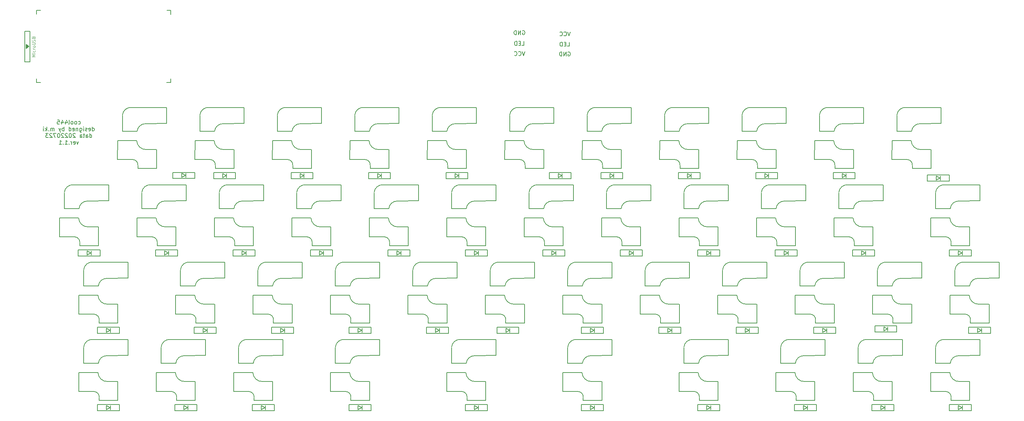
<source format=gbo>
G04 #@! TF.GenerationSoftware,KiCad,Pcbnew,(5.1.6-0-10_14)*
G04 #@! TF.CreationDate,2022-07-23T13:37:28+09:00*
G04 #@! TF.ProjectId,cool445,636f6f6c-3434-4352-9e6b-696361645f70,rev?*
G04 #@! TF.SameCoordinates,Original*
G04 #@! TF.FileFunction,Legend,Bot*
G04 #@! TF.FilePolarity,Positive*
%FSLAX46Y46*%
G04 Gerber Fmt 4.6, Leading zero omitted, Abs format (unit mm)*
G04 Created by KiCad (PCBNEW (5.1.6-0-10_14)) date 2022-07-23 13:37:28*
%MOMM*%
%LPD*%
G01*
G04 APERTURE LIST*
%ADD10C,0.150000*%
%ADD11C,0.120000*%
G04 APERTURE END LIST*
D10*
X21167142Y2740238D02*
X21262380Y2692619D01*
X21452857Y2692619D01*
X21548095Y2740238D01*
X21595714Y2787857D01*
X21643333Y2883095D01*
X21643333Y3168809D01*
X21595714Y3264047D01*
X21548095Y3311666D01*
X21452857Y3359285D01*
X21262380Y3359285D01*
X21167142Y3311666D01*
X20595714Y2692619D02*
X20690952Y2740238D01*
X20738571Y2787857D01*
X20786190Y2883095D01*
X20786190Y3168809D01*
X20738571Y3264047D01*
X20690952Y3311666D01*
X20595714Y3359285D01*
X20452857Y3359285D01*
X20357619Y3311666D01*
X20310000Y3264047D01*
X20262380Y3168809D01*
X20262380Y2883095D01*
X20310000Y2787857D01*
X20357619Y2740238D01*
X20452857Y2692619D01*
X20595714Y2692619D01*
X19690952Y2692619D02*
X19786190Y2740238D01*
X19833809Y2787857D01*
X19881428Y2883095D01*
X19881428Y3168809D01*
X19833809Y3264047D01*
X19786190Y3311666D01*
X19690952Y3359285D01*
X19548095Y3359285D01*
X19452857Y3311666D01*
X19405238Y3264047D01*
X19357619Y3168809D01*
X19357619Y2883095D01*
X19405238Y2787857D01*
X19452857Y2740238D01*
X19548095Y2692619D01*
X19690952Y2692619D01*
X18786190Y2692619D02*
X18881428Y2740238D01*
X18929047Y2835476D01*
X18929047Y3692619D01*
X17976666Y3359285D02*
X17976666Y2692619D01*
X18214761Y3740238D02*
X18452857Y3025952D01*
X17833809Y3025952D01*
X17024285Y3359285D02*
X17024285Y2692619D01*
X17262380Y3740238D02*
X17500476Y3025952D01*
X16881428Y3025952D01*
X16024285Y3692619D02*
X16500476Y3692619D01*
X16548095Y3216428D01*
X16500476Y3264047D01*
X16405238Y3311666D01*
X16167142Y3311666D01*
X16071904Y3264047D01*
X16024285Y3216428D01*
X15976666Y3121190D01*
X15976666Y2883095D01*
X16024285Y2787857D01*
X16071904Y2740238D01*
X16167142Y2692619D01*
X16405238Y2692619D01*
X16500476Y2740238D01*
X16548095Y2787857D01*
X24595714Y1042619D02*
X24595714Y2042619D01*
X24595714Y1090238D02*
X24690952Y1042619D01*
X24881428Y1042619D01*
X24976666Y1090238D01*
X25024285Y1137857D01*
X25071904Y1233095D01*
X25071904Y1518809D01*
X25024285Y1614047D01*
X24976666Y1661666D01*
X24881428Y1709285D01*
X24690952Y1709285D01*
X24595714Y1661666D01*
X23738571Y1090238D02*
X23833809Y1042619D01*
X24024285Y1042619D01*
X24119523Y1090238D01*
X24167142Y1185476D01*
X24167142Y1566428D01*
X24119523Y1661666D01*
X24024285Y1709285D01*
X23833809Y1709285D01*
X23738571Y1661666D01*
X23690952Y1566428D01*
X23690952Y1471190D01*
X24167142Y1375952D01*
X23310000Y1090238D02*
X23214761Y1042619D01*
X23024285Y1042619D01*
X22929047Y1090238D01*
X22881428Y1185476D01*
X22881428Y1233095D01*
X22929047Y1328333D01*
X23024285Y1375952D01*
X23167142Y1375952D01*
X23262380Y1423571D01*
X23310000Y1518809D01*
X23310000Y1566428D01*
X23262380Y1661666D01*
X23167142Y1709285D01*
X23024285Y1709285D01*
X22929047Y1661666D01*
X22452857Y1042619D02*
X22452857Y1709285D01*
X22452857Y2042619D02*
X22500476Y1995000D01*
X22452857Y1947380D01*
X22405238Y1995000D01*
X22452857Y2042619D01*
X22452857Y1947380D01*
X21548095Y1709285D02*
X21548095Y899761D01*
X21595714Y804523D01*
X21643333Y756904D01*
X21738571Y709285D01*
X21881428Y709285D01*
X21976666Y756904D01*
X21548095Y1090238D02*
X21643333Y1042619D01*
X21833809Y1042619D01*
X21929047Y1090238D01*
X21976666Y1137857D01*
X22024285Y1233095D01*
X22024285Y1518809D01*
X21976666Y1614047D01*
X21929047Y1661666D01*
X21833809Y1709285D01*
X21643333Y1709285D01*
X21548095Y1661666D01*
X21071904Y1709285D02*
X21071904Y1042619D01*
X21071904Y1614047D02*
X21024285Y1661666D01*
X20929047Y1709285D01*
X20786190Y1709285D01*
X20690952Y1661666D01*
X20643333Y1566428D01*
X20643333Y1042619D01*
X19786190Y1090238D02*
X19881428Y1042619D01*
X20071904Y1042619D01*
X20167142Y1090238D01*
X20214761Y1185476D01*
X20214761Y1566428D01*
X20167142Y1661666D01*
X20071904Y1709285D01*
X19881428Y1709285D01*
X19786190Y1661666D01*
X19738571Y1566428D01*
X19738571Y1471190D01*
X20214761Y1375952D01*
X18881428Y1042619D02*
X18881428Y2042619D01*
X18881428Y1090238D02*
X18976666Y1042619D01*
X19167142Y1042619D01*
X19262380Y1090238D01*
X19310000Y1137857D01*
X19357619Y1233095D01*
X19357619Y1518809D01*
X19310000Y1614047D01*
X19262380Y1661666D01*
X19167142Y1709285D01*
X18976666Y1709285D01*
X18881428Y1661666D01*
X17643333Y1042619D02*
X17643333Y2042619D01*
X17643333Y1661666D02*
X17548095Y1709285D01*
X17357619Y1709285D01*
X17262380Y1661666D01*
X17214761Y1614047D01*
X17167142Y1518809D01*
X17167142Y1233095D01*
X17214761Y1137857D01*
X17262380Y1090238D01*
X17357619Y1042619D01*
X17548095Y1042619D01*
X17643333Y1090238D01*
X16833809Y1709285D02*
X16595714Y1042619D01*
X16357619Y1709285D02*
X16595714Y1042619D01*
X16690952Y804523D01*
X16738571Y756904D01*
X16833809Y709285D01*
X15214761Y1042619D02*
X15214761Y1709285D01*
X15214761Y1614047D02*
X15167142Y1661666D01*
X15071904Y1709285D01*
X14929047Y1709285D01*
X14833809Y1661666D01*
X14786190Y1566428D01*
X14786190Y1042619D01*
X14786190Y1566428D02*
X14738571Y1661666D01*
X14643333Y1709285D01*
X14500476Y1709285D01*
X14405238Y1661666D01*
X14357619Y1566428D01*
X14357619Y1042619D01*
X13881428Y1137857D02*
X13833809Y1090238D01*
X13881428Y1042619D01*
X13929047Y1090238D01*
X13881428Y1137857D01*
X13881428Y1042619D01*
X13405238Y1042619D02*
X13405238Y2042619D01*
X13310000Y1423571D02*
X13024285Y1042619D01*
X13024285Y1709285D02*
X13405238Y1328333D01*
X12595714Y1042619D02*
X12595714Y1709285D01*
X12595714Y2042619D02*
X12643333Y1995000D01*
X12595714Y1947380D01*
X12548095Y1995000D01*
X12595714Y2042619D01*
X12595714Y1947380D01*
X23976666Y-607380D02*
X23976666Y392619D01*
X23976666Y-559761D02*
X24071904Y-607380D01*
X24262380Y-607380D01*
X24357619Y-559761D01*
X24405238Y-512142D01*
X24452857Y-416904D01*
X24452857Y-131190D01*
X24405238Y-35952D01*
X24357619Y11666D01*
X24262380Y59285D01*
X24071904Y59285D01*
X23976666Y11666D01*
X23071904Y-607380D02*
X23071904Y-83571D01*
X23119523Y11666D01*
X23214761Y59285D01*
X23405238Y59285D01*
X23500476Y11666D01*
X23071904Y-559761D02*
X23167142Y-607380D01*
X23405238Y-607380D01*
X23500476Y-559761D01*
X23548095Y-464523D01*
X23548095Y-369285D01*
X23500476Y-274047D01*
X23405238Y-226428D01*
X23167142Y-226428D01*
X23071904Y-178809D01*
X22738571Y59285D02*
X22357619Y59285D01*
X22595714Y392619D02*
X22595714Y-464523D01*
X22548095Y-559761D01*
X22452857Y-607380D01*
X22357619Y-607380D01*
X21595714Y-607380D02*
X21595714Y-83571D01*
X21643333Y11666D01*
X21738571Y59285D01*
X21929047Y59285D01*
X22024285Y11666D01*
X21595714Y-559761D02*
X21690952Y-607380D01*
X21929047Y-607380D01*
X22024285Y-559761D01*
X22071904Y-464523D01*
X22071904Y-369285D01*
X22024285Y-274047D01*
X21929047Y-226428D01*
X21690952Y-226428D01*
X21595714Y-178809D01*
X20405238Y297380D02*
X20357619Y345000D01*
X20262380Y392619D01*
X20024285Y392619D01*
X19929047Y345000D01*
X19881428Y297380D01*
X19833809Y202142D01*
X19833809Y106904D01*
X19881428Y-35952D01*
X20452857Y-607380D01*
X19833809Y-607380D01*
X19214761Y392619D02*
X19119523Y392619D01*
X19024285Y345000D01*
X18976666Y297380D01*
X18929047Y202142D01*
X18881428Y11666D01*
X18881428Y-226428D01*
X18929047Y-416904D01*
X18976666Y-512142D01*
X19024285Y-559761D01*
X19119523Y-607380D01*
X19214761Y-607380D01*
X19310000Y-559761D01*
X19357619Y-512142D01*
X19405238Y-416904D01*
X19452857Y-226428D01*
X19452857Y11666D01*
X19405238Y202142D01*
X19357619Y297380D01*
X19310000Y345000D01*
X19214761Y392619D01*
X18500476Y297380D02*
X18452857Y345000D01*
X18357619Y392619D01*
X18119523Y392619D01*
X18024285Y345000D01*
X17976666Y297380D01*
X17929047Y202142D01*
X17929047Y106904D01*
X17976666Y-35952D01*
X18548095Y-607380D01*
X17929047Y-607380D01*
X17548095Y297380D02*
X17500476Y345000D01*
X17405238Y392619D01*
X17167142Y392619D01*
X17071904Y345000D01*
X17024285Y297380D01*
X16976666Y202142D01*
X16976666Y106904D01*
X17024285Y-35952D01*
X17595714Y-607380D01*
X16976666Y-607380D01*
X16357619Y392619D02*
X16262380Y392619D01*
X16167142Y345000D01*
X16119523Y297380D01*
X16071904Y202142D01*
X16024285Y11666D01*
X16024285Y-226428D01*
X16071904Y-416904D01*
X16119523Y-512142D01*
X16167142Y-559761D01*
X16262380Y-607380D01*
X16357619Y-607380D01*
X16452857Y-559761D01*
X16500476Y-512142D01*
X16548095Y-416904D01*
X16595714Y-226428D01*
X16595714Y11666D01*
X16548095Y202142D01*
X16500476Y297380D01*
X16452857Y345000D01*
X16357619Y392619D01*
X15690952Y392619D02*
X15024285Y392619D01*
X15452857Y-607380D01*
X14690952Y297380D02*
X14643333Y345000D01*
X14548095Y392619D01*
X14310000Y392619D01*
X14214761Y345000D01*
X14167142Y297380D01*
X14119523Y202142D01*
X14119523Y106904D01*
X14167142Y-35952D01*
X14738571Y-607380D01*
X14119523Y-607380D01*
X13786190Y392619D02*
X13167142Y392619D01*
X13500476Y11666D01*
X13357619Y11666D01*
X13262380Y-35952D01*
X13214761Y-83571D01*
X13167142Y-178809D01*
X13167142Y-416904D01*
X13214761Y-512142D01*
X13262380Y-559761D01*
X13357619Y-607380D01*
X13643333Y-607380D01*
X13738571Y-559761D01*
X13786190Y-512142D01*
X21214761Y-1590714D02*
X20976666Y-2257380D01*
X20738571Y-1590714D01*
X19976666Y-2209761D02*
X20071904Y-2257380D01*
X20262380Y-2257380D01*
X20357619Y-2209761D01*
X20405238Y-2114523D01*
X20405238Y-1733571D01*
X20357619Y-1638333D01*
X20262380Y-1590714D01*
X20071904Y-1590714D01*
X19976666Y-1638333D01*
X19929047Y-1733571D01*
X19929047Y-1828809D01*
X20405238Y-1924047D01*
X19500476Y-2257380D02*
X19500476Y-1590714D01*
X19500476Y-1781190D02*
X19452857Y-1685952D01*
X19405238Y-1638333D01*
X19310000Y-1590714D01*
X19214761Y-1590714D01*
X18881428Y-2162142D02*
X18833809Y-2209761D01*
X18881428Y-2257380D01*
X18929047Y-2209761D01*
X18881428Y-2162142D01*
X18881428Y-2257380D01*
X17881428Y-2257380D02*
X18452857Y-2257380D01*
X18167142Y-2257380D02*
X18167142Y-1257380D01*
X18262380Y-1400238D01*
X18357619Y-1495476D01*
X18452857Y-1543095D01*
X17452857Y-2162142D02*
X17405238Y-2209761D01*
X17452857Y-2257380D01*
X17500476Y-2209761D01*
X17452857Y-2162142D01*
X17452857Y-2257380D01*
X16452857Y-2257380D02*
X17024285Y-2257380D01*
X16738571Y-2257380D02*
X16738571Y-1257380D01*
X16833809Y-1400238D01*
X16929047Y-1495476D01*
X17024285Y-1543095D01*
X173513000Y-67900000D02*
X173513000Y-66400000D01*
X178913000Y-67900000D02*
X173513000Y-67900000D01*
X178913000Y-66400000D02*
X178913000Y-67900000D01*
X173513000Y-66400000D02*
X178913000Y-66400000D01*
X176713000Y-66650000D02*
X176713000Y-67650000D01*
X175713000Y-67650000D02*
X176613000Y-67150000D01*
X175713000Y-66650000D02*
X175713000Y-67650000D01*
X176613000Y-67150000D02*
X175713000Y-66650000D01*
X144938000Y-67900000D02*
X144938000Y-66400000D01*
X150338000Y-67900000D02*
X144938000Y-67900000D01*
X150338000Y-66400000D02*
X150338000Y-67900000D01*
X144938000Y-66400000D02*
X150338000Y-66400000D01*
X148138000Y-66650000D02*
X148138000Y-67650000D01*
X147138000Y-67650000D02*
X148038000Y-67150000D01*
X147138000Y-66650000D02*
X147138000Y-67650000D01*
X148038000Y-67150000D02*
X147138000Y-66650000D01*
X116363000Y-67900000D02*
X116363000Y-66400000D01*
X121763000Y-67900000D02*
X116363000Y-67900000D01*
X121763000Y-66400000D02*
X121763000Y-67900000D01*
X116363000Y-66400000D02*
X121763000Y-66400000D01*
X119563000Y-66650000D02*
X119563000Y-67650000D01*
X118563000Y-67650000D02*
X119463000Y-67150000D01*
X118563000Y-66650000D02*
X118563000Y-67650000D01*
X119463000Y-67150000D02*
X118563000Y-66650000D01*
X87788000Y-67900000D02*
X87788000Y-66400000D01*
X93188000Y-67900000D02*
X87788000Y-67900000D01*
X93188000Y-66400000D02*
X93188000Y-67900000D01*
X87788000Y-66400000D02*
X93188000Y-66400000D01*
X90988000Y-66650000D02*
X90988000Y-67650000D01*
X89988000Y-67650000D02*
X90888000Y-67150000D01*
X89988000Y-66650000D02*
X89988000Y-67650000D01*
X90888000Y-67150000D02*
X89988000Y-66650000D01*
X25875499Y-48850000D02*
X25875499Y-47350000D01*
X31275499Y-48850000D02*
X25875499Y-48850000D01*
X31275499Y-47350000D02*
X31275499Y-48850000D01*
X25875499Y-47350000D02*
X31275499Y-47350000D01*
X29075499Y-47600000D02*
X29075499Y-48600000D01*
X28075499Y-48600000D02*
X28975499Y-48100000D01*
X28075499Y-47600000D02*
X28075499Y-48600000D01*
X28975499Y-48100000D02*
X28075499Y-47600000D01*
X230030000Y-11310000D02*
X230030000Y-9810000D01*
X235430000Y-11310000D02*
X230030000Y-11310000D01*
X235430000Y-9810000D02*
X235430000Y-11310000D01*
X230030000Y-9810000D02*
X235430000Y-9810000D01*
X233230000Y-10060000D02*
X233230000Y-11060000D01*
X232230000Y-11060000D02*
X233130000Y-10560000D01*
X232230000Y-10060000D02*
X232230000Y-11060000D01*
X233130000Y-10560000D02*
X232230000Y-10060000D01*
X44400000Y-10690000D02*
X44400000Y-9190000D01*
X49800000Y-10690000D02*
X44400000Y-10690000D01*
X49800000Y-9190000D02*
X49800000Y-10690000D01*
X44400000Y-9190000D02*
X49800000Y-9190000D01*
X47600000Y-9440000D02*
X47600000Y-10440000D01*
X46600000Y-10440000D02*
X47500000Y-9940000D01*
X46600000Y-9440000D02*
X46600000Y-10440000D01*
X47500000Y-9940000D02*
X46600000Y-9440000D01*
X235425000Y-67900000D02*
X235425000Y-66400000D01*
X240825000Y-67900000D02*
X235425000Y-67900000D01*
X240825000Y-66400000D02*
X240825000Y-67900000D01*
X235425000Y-66400000D02*
X240825000Y-66400000D01*
X238625000Y-66650000D02*
X238625000Y-67650000D01*
X237625000Y-67650000D02*
X238525000Y-67150000D01*
X237625000Y-66650000D02*
X237625000Y-67650000D01*
X238525000Y-67150000D02*
X237625000Y-66650000D01*
X216375000Y-67900000D02*
X216375000Y-66400000D01*
X221775000Y-67900000D02*
X216375000Y-67900000D01*
X221775000Y-66400000D02*
X221775000Y-67900000D01*
X216375000Y-66400000D02*
X221775000Y-66400000D01*
X219575000Y-66650000D02*
X219575000Y-67650000D01*
X218575000Y-67650000D02*
X219475000Y-67150000D01*
X218575000Y-66650000D02*
X218575000Y-67650000D01*
X219475000Y-67150000D02*
X218575000Y-66650000D01*
X197325000Y-67900000D02*
X197325000Y-66400000D01*
X202725000Y-67900000D02*
X197325000Y-67900000D01*
X202725000Y-66400000D02*
X202725000Y-67900000D01*
X197325000Y-66400000D02*
X202725000Y-66400000D01*
X200525000Y-66650000D02*
X200525000Y-67650000D01*
X199525000Y-67650000D02*
X200425000Y-67150000D01*
X199525000Y-66650000D02*
X199525000Y-67650000D01*
X200425000Y-67150000D02*
X199525000Y-66650000D01*
X63975000Y-67900000D02*
X63975000Y-66400000D01*
X69375000Y-67900000D02*
X63975000Y-67900000D01*
X69375000Y-66400000D02*
X69375000Y-67900000D01*
X63975000Y-66400000D02*
X69375000Y-66400000D01*
X67175000Y-66650000D02*
X67175000Y-67650000D01*
X66175000Y-67650000D02*
X67075000Y-67150000D01*
X66175000Y-66650000D02*
X66175000Y-67650000D01*
X67075000Y-67150000D02*
X66175000Y-66650000D01*
X111600000Y-10750000D02*
X111600000Y-9250000D01*
X117000000Y-10750000D02*
X111600000Y-10750000D01*
X117000000Y-9250000D02*
X117000000Y-10750000D01*
X111600000Y-9250000D02*
X117000000Y-9250000D01*
X114800000Y-9500000D02*
X114800000Y-10500000D01*
X113800000Y-10500000D02*
X114700000Y-10000000D01*
X113800000Y-9500000D02*
X113800000Y-10500000D01*
X114700000Y-10000000D02*
X113800000Y-9500000D01*
X92550000Y-10750000D02*
X92550000Y-9250000D01*
X97950000Y-10750000D02*
X92550000Y-10750000D01*
X97950000Y-9250000D02*
X97950000Y-10750000D01*
X92550000Y-9250000D02*
X97950000Y-9250000D01*
X95750000Y-9500000D02*
X95750000Y-10500000D01*
X94750000Y-10500000D02*
X95650000Y-10000000D01*
X94750000Y-9500000D02*
X94750000Y-10500000D01*
X95650000Y-10000000D02*
X94750000Y-9500000D01*
X154462500Y-28300000D02*
X154462500Y-29800000D01*
X159862500Y-28300000D02*
X154462500Y-28300000D01*
X159862500Y-29800000D02*
X159862500Y-28300000D01*
X154462500Y-29800000D02*
X159862500Y-29800000D01*
X157662500Y-29550000D02*
X157662500Y-28550000D01*
X156662500Y-28550000D02*
X157562500Y-29050000D01*
X156662500Y-29550000D02*
X156662500Y-28550000D01*
X157562500Y-29050000D02*
X156662500Y-29550000D01*
X173512500Y-28300000D02*
X173512500Y-29800000D01*
X178912500Y-28300000D02*
X173512500Y-28300000D01*
X178912500Y-29800000D02*
X178912500Y-28300000D01*
X173512500Y-29800000D02*
X178912500Y-29800000D01*
X176712500Y-29550000D02*
X176712500Y-28550000D01*
X175712500Y-28550000D02*
X176612500Y-29050000D01*
X175712500Y-29550000D02*
X175712500Y-28550000D01*
X176612500Y-29050000D02*
X175712500Y-29550000D01*
X192562500Y-28300000D02*
X192562500Y-29800000D01*
X197962500Y-28300000D02*
X192562500Y-28300000D01*
X197962500Y-29800000D02*
X197962500Y-28300000D01*
X192562500Y-29800000D02*
X197962500Y-29800000D01*
X195762500Y-29550000D02*
X195762500Y-28550000D01*
X194762500Y-28550000D02*
X195662500Y-29050000D01*
X194762500Y-29550000D02*
X194762500Y-28550000D01*
X195662500Y-29050000D02*
X194762500Y-29550000D01*
X89150000Y896000D02*
X92760000Y896000D01*
X89150000Y4850000D02*
X89150000Y905000D01*
X100050000Y6804000D02*
X91425000Y6804000D01*
X100050000Y2896000D02*
X100050000Y6804000D01*
X100050000Y2850000D02*
X95000000Y2804000D01*
X97525000Y-8225000D02*
X92975000Y-8225000D01*
X97525000Y-3575000D02*
X94975000Y-3575000D01*
X92675000Y-1375000D02*
X87975000Y-1375000D01*
X91750000Y-6025000D02*
X87975000Y-6025000D01*
X97550000Y-3600000D02*
X97550000Y-8200000D01*
X87975000Y-1400000D02*
X87950000Y-6000000D01*
X92970000Y-7500000D02*
X92970000Y-8200000D01*
X92970000Y-7450000D02*
G75*
G03*
X91750000Y-6030000I-1320000J100000D01*
G01*
X92680000Y-1400000D02*
G75*
G03*
X95050000Y-3570000I2270000J100000D01*
G01*
X92765000Y920000D02*
G75*
G02*
X95025000Y2800000I2070000J-190000D01*
G01*
X89161000Y4920000D02*
G75*
G02*
X91425000Y6804000I2074000J-190000D01*
G01*
X135832500Y-26550000D02*
X135832500Y-27250000D01*
X130837500Y-20450000D02*
X130812500Y-25050000D01*
X140412500Y-22650000D02*
X140412500Y-27250000D01*
X134612500Y-25075000D02*
X130837500Y-25075000D01*
X135537500Y-20425000D02*
X130837500Y-20425000D01*
X140387500Y-22625000D02*
X137837500Y-22625000D01*
X140387500Y-27275000D02*
X135837500Y-27275000D01*
X142912500Y-16200000D02*
X137862500Y-16246000D01*
X142912500Y-16154000D02*
X142912500Y-12246000D01*
X142912500Y-12246000D02*
X134287500Y-12246000D01*
X132012500Y-14200000D02*
X132012500Y-18145000D01*
X132012500Y-18154000D02*
X135622500Y-18154000D01*
X132023500Y-14130000D02*
G75*
G02*
X134287500Y-12246000I2074000J-190000D01*
G01*
X135627500Y-18130000D02*
G75*
G02*
X137887500Y-16250000I2070000J-190000D01*
G01*
X135542500Y-20450000D02*
G75*
G03*
X137912500Y-22620000I2270000J100000D01*
G01*
X135832500Y-26500000D02*
G75*
G03*
X134612500Y-25080000I-1320000J100000D01*
G01*
X46287500Y-37204000D02*
X49897500Y-37204000D01*
X46287500Y-33250000D02*
X46287500Y-37195000D01*
X57187500Y-31296000D02*
X48562500Y-31296000D01*
X57187500Y-35204000D02*
X57187500Y-31296000D01*
X57187500Y-35250000D02*
X52137500Y-35296000D01*
X54662500Y-46325000D02*
X50112500Y-46325000D01*
X54662500Y-41675000D02*
X52112500Y-41675000D01*
X49812500Y-39475000D02*
X45112500Y-39475000D01*
X48887500Y-44125000D02*
X45112500Y-44125000D01*
X54687500Y-41700000D02*
X54687500Y-46300000D01*
X45112500Y-39500000D02*
X45087500Y-44100000D01*
X50107500Y-45600000D02*
X50107500Y-46300000D01*
X50107500Y-45550000D02*
G75*
G03*
X48887500Y-44130000I-1320000J100000D01*
G01*
X49817500Y-39500000D02*
G75*
G03*
X52187500Y-41670000I2270000J100000D01*
G01*
X49902500Y-37180000D02*
G75*
G02*
X52162500Y-35300000I2070000J-190000D01*
G01*
X46298500Y-33180000D02*
G75*
G02*
X48562500Y-31296000I2074000J-190000D01*
G01*
X126307500Y-45600000D02*
X126307500Y-46300000D01*
X121312500Y-39500000D02*
X121287500Y-44100000D01*
X130887500Y-41700000D02*
X130887500Y-46300000D01*
X125087500Y-44125000D02*
X121312500Y-44125000D01*
X126012500Y-39475000D02*
X121312500Y-39475000D01*
X130862500Y-41675000D02*
X128312500Y-41675000D01*
X130862500Y-46325000D02*
X126312500Y-46325000D01*
X133387500Y-35250000D02*
X128337500Y-35296000D01*
X133387500Y-35204000D02*
X133387500Y-31296000D01*
X133387500Y-31296000D02*
X124762500Y-31296000D01*
X122487500Y-33250000D02*
X122487500Y-37195000D01*
X122487500Y-37204000D02*
X126097500Y-37204000D01*
X122498500Y-33180000D02*
G75*
G02*
X124762500Y-31296000I2074000J-190000D01*
G01*
X126102500Y-37180000D02*
G75*
G02*
X128362500Y-35300000I2070000J-190000D01*
G01*
X126017500Y-39500000D02*
G75*
G03*
X128387500Y-41670000I2270000J100000D01*
G01*
X126307500Y-45550000D02*
G75*
G03*
X125087500Y-44130000I-1320000J100000D01*
G01*
X22475000Y-56254000D02*
X26085000Y-56254000D01*
X22475000Y-52300000D02*
X22475000Y-56245000D01*
X33375000Y-50346000D02*
X24750000Y-50346000D01*
X33375000Y-54254000D02*
X33375000Y-50346000D01*
X33375000Y-54300000D02*
X28325000Y-54346000D01*
X30850000Y-65375000D02*
X26300000Y-65375000D01*
X30850000Y-60725000D02*
X28300000Y-60725000D01*
X26000000Y-58525000D02*
X21300000Y-58525000D01*
X25075000Y-63175000D02*
X21300000Y-63175000D01*
X30875000Y-60750000D02*
X30875000Y-65350000D01*
X21300000Y-58550000D02*
X21275000Y-63150000D01*
X26295000Y-64650000D02*
X26295000Y-65350000D01*
X26295000Y-64600000D02*
G75*
G03*
X25075000Y-63180000I-1320000J100000D01*
G01*
X26005000Y-58550000D02*
G75*
G03*
X28375000Y-60720000I2270000J100000D01*
G01*
X26090000Y-56230000D02*
G75*
G02*
X28350000Y-54350000I2070000J-190000D01*
G01*
X22486000Y-52230000D02*
G75*
G02*
X24750000Y-50346000I2074000J-190000D01*
G01*
X41525000Y-56254000D02*
X45135000Y-56254000D01*
X41525000Y-52300000D02*
X41525000Y-56245000D01*
X52425000Y-50346000D02*
X43800000Y-50346000D01*
X52425000Y-54254000D02*
X52425000Y-50346000D01*
X52425000Y-54300000D02*
X47375000Y-54346000D01*
X49900000Y-65375000D02*
X45350000Y-65375000D01*
X49900000Y-60725000D02*
X47350000Y-60725000D01*
X45050000Y-58525000D02*
X40350000Y-58525000D01*
X44125000Y-63175000D02*
X40350000Y-63175000D01*
X49925000Y-60750000D02*
X49925000Y-65350000D01*
X40350000Y-58550000D02*
X40325000Y-63150000D01*
X45345000Y-64650000D02*
X45345000Y-65350000D01*
X45345000Y-64600000D02*
G75*
G03*
X44125000Y-63180000I-1320000J100000D01*
G01*
X45055000Y-58550000D02*
G75*
G03*
X47425000Y-60720000I2270000J100000D01*
G01*
X45140000Y-56230000D02*
G75*
G02*
X47400000Y-54350000I2070000J-190000D01*
G01*
X41536000Y-52230000D02*
G75*
G02*
X43800000Y-50346000I2074000J-190000D01*
G01*
X235845500Y-26550000D02*
X235845500Y-27250000D01*
X230850500Y-20450000D02*
X230825500Y-25050000D01*
X240425500Y-22650000D02*
X240425500Y-27250000D01*
X234625500Y-25075000D02*
X230850500Y-25075000D01*
X235550500Y-20425000D02*
X230850500Y-20425000D01*
X240400500Y-22625000D02*
X237850500Y-22625000D01*
X240400500Y-27275000D02*
X235850500Y-27275000D01*
X242925500Y-16200000D02*
X237875500Y-16246000D01*
X242925500Y-16154000D02*
X242925500Y-12246000D01*
X242925500Y-12246000D02*
X234300500Y-12246000D01*
X232025500Y-14200000D02*
X232025500Y-18145000D01*
X232025500Y-18154000D02*
X235635500Y-18154000D01*
X232036500Y-14130000D02*
G75*
G02*
X234300500Y-12246000I2074000J-190000D01*
G01*
X235640500Y-18130000D02*
G75*
G02*
X237900500Y-16250000I2070000J-190000D01*
G01*
X235555500Y-20450000D02*
G75*
G03*
X237925500Y-22620000I2270000J100000D01*
G01*
X235845500Y-26500000D02*
G75*
G03*
X234625500Y-25080000I-1320000J100000D01*
G01*
X84388000Y-56254000D02*
X87998000Y-56254000D01*
X84388000Y-52300000D02*
X84388000Y-56245000D01*
X95288000Y-50346000D02*
X86663000Y-50346000D01*
X95288000Y-54254000D02*
X95288000Y-50346000D01*
X95288000Y-54300000D02*
X90238000Y-54346000D01*
X92763000Y-65375000D02*
X88213000Y-65375000D01*
X92763000Y-60725000D02*
X90213000Y-60725000D01*
X87913000Y-58525000D02*
X83213000Y-58525000D01*
X86988000Y-63175000D02*
X83213000Y-63175000D01*
X92788000Y-60750000D02*
X92788000Y-65350000D01*
X83213000Y-58550000D02*
X83188000Y-63150000D01*
X88208000Y-64650000D02*
X88208000Y-65350000D01*
X88208000Y-64600000D02*
G75*
G03*
X86988000Y-63180000I-1320000J100000D01*
G01*
X87918000Y-58550000D02*
G75*
G03*
X90288000Y-60720000I2270000J100000D01*
G01*
X88003000Y-56230000D02*
G75*
G02*
X90263000Y-54350000I2070000J-190000D01*
G01*
X84399000Y-52230000D02*
G75*
G02*
X86663000Y-50346000I2074000J-190000D01*
G01*
X112963000Y-56254000D02*
X116573000Y-56254000D01*
X112963000Y-52300000D02*
X112963000Y-56245000D01*
X123863000Y-50346000D02*
X115238000Y-50346000D01*
X123863000Y-54254000D02*
X123863000Y-50346000D01*
X123863000Y-54300000D02*
X118813000Y-54346000D01*
X121338000Y-65375000D02*
X116788000Y-65375000D01*
X121338000Y-60725000D02*
X118788000Y-60725000D01*
X116488000Y-58525000D02*
X111788000Y-58525000D01*
X115563000Y-63175000D02*
X111788000Y-63175000D01*
X121363000Y-60750000D02*
X121363000Y-65350000D01*
X111788000Y-58550000D02*
X111763000Y-63150000D01*
X116783000Y-64650000D02*
X116783000Y-65350000D01*
X116783000Y-64600000D02*
G75*
G03*
X115563000Y-63180000I-1320000J100000D01*
G01*
X116493000Y-58550000D02*
G75*
G03*
X118863000Y-60720000I2270000J100000D01*
G01*
X116578000Y-56230000D02*
G75*
G02*
X118838000Y-54350000I2070000J-190000D01*
G01*
X112974000Y-52230000D02*
G75*
G02*
X115238000Y-50346000I2074000J-190000D01*
G01*
X141538000Y-56254000D02*
X145148000Y-56254000D01*
X141538000Y-52300000D02*
X141538000Y-56245000D01*
X152438000Y-50346000D02*
X143813000Y-50346000D01*
X152438000Y-54254000D02*
X152438000Y-50346000D01*
X152438000Y-54300000D02*
X147388000Y-54346000D01*
X149913000Y-65375000D02*
X145363000Y-65375000D01*
X149913000Y-60725000D02*
X147363000Y-60725000D01*
X145063000Y-58525000D02*
X140363000Y-58525000D01*
X144138000Y-63175000D02*
X140363000Y-63175000D01*
X149938000Y-60750000D02*
X149938000Y-65350000D01*
X140363000Y-58550000D02*
X140338000Y-63150000D01*
X145358000Y-64650000D02*
X145358000Y-65350000D01*
X145358000Y-64600000D02*
G75*
G03*
X144138000Y-63180000I-1320000J100000D01*
G01*
X145068000Y-58550000D02*
G75*
G03*
X147438000Y-60720000I2270000J100000D01*
G01*
X145153000Y-56230000D02*
G75*
G02*
X147413000Y-54350000I2070000J-190000D01*
G01*
X141549000Y-52230000D02*
G75*
G02*
X143813000Y-50346000I2074000J-190000D01*
G01*
X43920000Y30710000D02*
X43920000Y29700000D01*
X43920000Y12910000D02*
X43920000Y13910000D01*
X42920000Y30710000D02*
X43920000Y30710000D01*
X42870000Y12910000D02*
X43920000Y12910000D01*
X10870000Y30710000D02*
X10870000Y29760000D01*
X10870000Y12910000D02*
X10870000Y13910000D01*
X10870000Y30710000D02*
X11870000Y30710000D01*
X10870000Y12910000D02*
X11870000Y12910000D01*
X7970000Y18060000D02*
X9270000Y18060000D01*
X9270000Y18060000D02*
X9270000Y25560000D01*
X9270000Y25560000D02*
X7970000Y25560000D01*
X7970000Y25560000D02*
X7970000Y18060000D01*
X8320000Y21310000D02*
X8320000Y22310000D01*
X8320000Y22310000D02*
X8970000Y21810000D01*
X8970000Y21810000D02*
X8320000Y21310000D01*
X8470000Y21460000D02*
X8470000Y22160000D01*
X8620000Y21560000D02*
X8620000Y22060000D01*
X8770000Y21660000D02*
X8770000Y21960000D01*
X100412500Y-29050000D02*
X99512500Y-29550000D01*
X99512500Y-29550000D02*
X99512500Y-28550000D01*
X99512500Y-28550000D02*
X100412500Y-29050000D01*
X100512500Y-29550000D02*
X100512500Y-28550000D01*
X97312500Y-29800000D02*
X102712500Y-29800000D01*
X102712500Y-29800000D02*
X102712500Y-28300000D01*
X102712500Y-28300000D02*
X97312500Y-28300000D01*
X97312500Y-28300000D02*
X97312500Y-29800000D01*
X116362500Y-28300000D02*
X116362500Y-29800000D01*
X121762500Y-28300000D02*
X116362500Y-28300000D01*
X121762500Y-29800000D02*
X121762500Y-28300000D01*
X116362500Y-29800000D02*
X121762500Y-29800000D01*
X119562500Y-29550000D02*
X119562500Y-28550000D01*
X118562500Y-28550000D02*
X119462500Y-29050000D01*
X118562500Y-29550000D02*
X118562500Y-28550000D01*
X119462500Y-29050000D02*
X118562500Y-29550000D01*
X212032500Y-26550000D02*
X212032500Y-27250000D01*
X207037500Y-20450000D02*
X207012500Y-25050000D01*
X216612500Y-22650000D02*
X216612500Y-27250000D01*
X210812500Y-25075000D02*
X207037500Y-25075000D01*
X211737500Y-20425000D02*
X207037500Y-20425000D01*
X216587500Y-22625000D02*
X214037500Y-22625000D01*
X216587500Y-27275000D02*
X212037500Y-27275000D01*
X219112500Y-16200000D02*
X214062500Y-16246000D01*
X219112500Y-16154000D02*
X219112500Y-12246000D01*
X219112500Y-12246000D02*
X210487500Y-12246000D01*
X208212500Y-14200000D02*
X208212500Y-18145000D01*
X208212500Y-18154000D02*
X211822500Y-18154000D01*
X208223500Y-14130000D02*
G75*
G02*
X210487500Y-12246000I2074000J-190000D01*
G01*
X211827500Y-18130000D02*
G75*
G02*
X214087500Y-16250000I2070000J-190000D01*
G01*
X211742500Y-20450000D02*
G75*
G03*
X214112500Y-22620000I2270000J100000D01*
G01*
X212032500Y-26500000D02*
G75*
G03*
X210812500Y-25080000I-1320000J100000D01*
G01*
X145357500Y-45600000D02*
X145357500Y-46300000D01*
X140362500Y-39500000D02*
X140337500Y-44100000D01*
X149937500Y-41700000D02*
X149937500Y-46300000D01*
X144137500Y-44125000D02*
X140362500Y-44125000D01*
X145062500Y-39475000D02*
X140362500Y-39475000D01*
X149912500Y-41675000D02*
X147362500Y-41675000D01*
X149912500Y-46325000D02*
X145362500Y-46325000D01*
X152437500Y-35250000D02*
X147387500Y-35296000D01*
X152437500Y-35204000D02*
X152437500Y-31296000D01*
X152437500Y-31296000D02*
X143812500Y-31296000D01*
X141537500Y-33250000D02*
X141537500Y-37195000D01*
X141537500Y-37204000D02*
X145147500Y-37204000D01*
X141548500Y-33180000D02*
G75*
G02*
X143812500Y-31296000I2074000J-190000D01*
G01*
X145152500Y-37180000D02*
G75*
G02*
X147412500Y-35300000I2070000J-190000D01*
G01*
X145067500Y-39500000D02*
G75*
G03*
X147437500Y-41670000I2270000J100000D01*
G01*
X145357500Y-45550000D02*
G75*
G03*
X144137500Y-44130000I-1320000J100000D01*
G01*
X164407500Y-45600000D02*
X164407500Y-46300000D01*
X159412500Y-39500000D02*
X159387500Y-44100000D01*
X168987500Y-41700000D02*
X168987500Y-46300000D01*
X163187500Y-44125000D02*
X159412500Y-44125000D01*
X164112500Y-39475000D02*
X159412500Y-39475000D01*
X168962500Y-41675000D02*
X166412500Y-41675000D01*
X168962500Y-46325000D02*
X164412500Y-46325000D01*
X171487500Y-35250000D02*
X166437500Y-35296000D01*
X171487500Y-35204000D02*
X171487500Y-31296000D01*
X171487500Y-31296000D02*
X162862500Y-31296000D01*
X160587500Y-33250000D02*
X160587500Y-37195000D01*
X160587500Y-37204000D02*
X164197500Y-37204000D01*
X160598500Y-33180000D02*
G75*
G02*
X162862500Y-31296000I2074000J-190000D01*
G01*
X164202500Y-37180000D02*
G75*
G02*
X166462500Y-35300000I2070000J-190000D01*
G01*
X164117500Y-39500000D02*
G75*
G03*
X166487500Y-41670000I2270000J100000D01*
G01*
X164407500Y-45550000D02*
G75*
G03*
X163187500Y-44130000I-1320000J100000D01*
G01*
X216795000Y-64650000D02*
X216795000Y-65350000D01*
X211800000Y-58550000D02*
X211775000Y-63150000D01*
X221375000Y-60750000D02*
X221375000Y-65350000D01*
X215575000Y-63175000D02*
X211800000Y-63175000D01*
X216500000Y-58525000D02*
X211800000Y-58525000D01*
X221350000Y-60725000D02*
X218800000Y-60725000D01*
X221350000Y-65375000D02*
X216800000Y-65375000D01*
X223875000Y-54300000D02*
X218825000Y-54346000D01*
X223875000Y-54254000D02*
X223875000Y-50346000D01*
X223875000Y-50346000D02*
X215250000Y-50346000D01*
X212975000Y-52300000D02*
X212975000Y-56245000D01*
X212975000Y-56254000D02*
X216585000Y-56254000D01*
X212986000Y-52230000D02*
G75*
G02*
X215250000Y-50346000I2074000J-190000D01*
G01*
X216590000Y-56230000D02*
G75*
G02*
X218850000Y-54350000I2070000J-190000D01*
G01*
X216505000Y-58550000D02*
G75*
G03*
X218875000Y-60720000I2270000J100000D01*
G01*
X216795000Y-64600000D02*
G75*
G03*
X215575000Y-63180000I-1320000J100000D01*
G01*
X232025000Y-56254000D02*
X235635000Y-56254000D01*
X232025000Y-52300000D02*
X232025000Y-56245000D01*
X242925000Y-50346000D02*
X234300000Y-50346000D01*
X242925000Y-54254000D02*
X242925000Y-50346000D01*
X242925000Y-54300000D02*
X237875000Y-54346000D01*
X240400000Y-65375000D02*
X235850000Y-65375000D01*
X240400000Y-60725000D02*
X237850000Y-60725000D01*
X235550000Y-58525000D02*
X230850000Y-58525000D01*
X234625000Y-63175000D02*
X230850000Y-63175000D01*
X240425000Y-60750000D02*
X240425000Y-65350000D01*
X230850000Y-58550000D02*
X230825000Y-63150000D01*
X235845000Y-64650000D02*
X235845000Y-65350000D01*
X235845000Y-64600000D02*
G75*
G03*
X234625000Y-63180000I-1320000J100000D01*
G01*
X235555000Y-58550000D02*
G75*
G03*
X237925000Y-60720000I2270000J100000D01*
G01*
X235640000Y-56230000D02*
G75*
G02*
X237900000Y-54350000I2070000J-190000D01*
G01*
X232036000Y-52230000D02*
G75*
G02*
X234300000Y-50346000I2074000J-190000D01*
G01*
X32000000Y896000D02*
X35610000Y896000D01*
X32000000Y4850000D02*
X32000000Y905000D01*
X42900000Y6804000D02*
X34275000Y6804000D01*
X42900000Y2896000D02*
X42900000Y6804000D01*
X42900000Y2850000D02*
X37850000Y2804000D01*
X40375000Y-8225000D02*
X35825000Y-8225000D01*
X40375000Y-3575000D02*
X37825000Y-3575000D01*
X35525000Y-1375000D02*
X30825000Y-1375000D01*
X34600000Y-6025000D02*
X30825000Y-6025000D01*
X40400000Y-3600000D02*
X40400000Y-8200000D01*
X30825000Y-1400000D02*
X30800000Y-6000000D01*
X35820000Y-7500000D02*
X35820000Y-8200000D01*
X35820000Y-7450000D02*
G75*
G03*
X34600000Y-6030000I-1320000J100000D01*
G01*
X35530000Y-1400000D02*
G75*
G03*
X37900000Y-3570000I2270000J100000D01*
G01*
X35615000Y920000D02*
G75*
G02*
X37875000Y2800000I2070000J-190000D01*
G01*
X32011000Y4920000D02*
G75*
G02*
X34275000Y6804000I2074000J-190000D01*
G01*
X150120000Y-7500000D02*
X150120000Y-8200000D01*
X145125000Y-1400000D02*
X145100000Y-6000000D01*
X154700000Y-3600000D02*
X154700000Y-8200000D01*
X148900000Y-6025000D02*
X145125000Y-6025000D01*
X149825000Y-1375000D02*
X145125000Y-1375000D01*
X154675000Y-3575000D02*
X152125000Y-3575000D01*
X154675000Y-8225000D02*
X150125000Y-8225000D01*
X157200000Y2850000D02*
X152150000Y2804000D01*
X157200000Y2896000D02*
X157200000Y6804000D01*
X157200000Y6804000D02*
X148575000Y6804000D01*
X146300000Y4850000D02*
X146300000Y905000D01*
X146300000Y896000D02*
X149910000Y896000D01*
X146311000Y4920000D02*
G75*
G02*
X148575000Y6804000I2074000J-190000D01*
G01*
X149915000Y920000D02*
G75*
G02*
X152175000Y2800000I2070000J-190000D01*
G01*
X149830000Y-1400000D02*
G75*
G03*
X152200000Y-3570000I2270000J100000D01*
G01*
X150120000Y-7450000D02*
G75*
G03*
X148900000Y-6030000I-1320000J100000D01*
G01*
X44925000Y-67900000D02*
X44925000Y-66400000D01*
X50325000Y-67900000D02*
X44925000Y-67900000D01*
X50325000Y-66400000D02*
X50325000Y-67900000D01*
X44925000Y-66400000D02*
X50325000Y-66400000D01*
X48125000Y-66650000D02*
X48125000Y-67650000D01*
X47125000Y-67650000D02*
X48025000Y-67150000D01*
X47125000Y-66650000D02*
X47125000Y-67650000D01*
X48025000Y-67150000D02*
X47125000Y-66650000D01*
X25875000Y-67900000D02*
X25875000Y-66400000D01*
X31275000Y-67900000D02*
X25875000Y-67900000D01*
X31275000Y-66400000D02*
X31275000Y-67900000D01*
X25875000Y-66400000D02*
X31275000Y-66400000D01*
X29075000Y-66650000D02*
X29075000Y-67650000D01*
X28075000Y-67650000D02*
X28975000Y-67150000D01*
X28075000Y-66650000D02*
X28075000Y-67650000D01*
X28975000Y-67150000D02*
X28075000Y-66650000D01*
X240187500Y-48850000D02*
X240187500Y-47350000D01*
X245587500Y-48850000D02*
X240187500Y-48850000D01*
X245587500Y-47350000D02*
X245587500Y-48850000D01*
X240187500Y-47350000D02*
X245587500Y-47350000D01*
X243387500Y-47600000D02*
X243387500Y-48600000D01*
X242387500Y-48600000D02*
X243287500Y-48100000D01*
X242387500Y-47600000D02*
X242387500Y-48600000D01*
X243287500Y-48100000D02*
X242387500Y-47600000D01*
X217080000Y-48480000D02*
X217080000Y-46980000D01*
X222480000Y-48480000D02*
X217080000Y-48480000D01*
X222480000Y-46980000D02*
X222480000Y-48480000D01*
X217080000Y-46980000D02*
X222480000Y-46980000D01*
X220280000Y-47230000D02*
X220280000Y-48230000D01*
X219280000Y-48230000D02*
X220180000Y-47730000D01*
X219280000Y-47230000D02*
X219280000Y-48230000D01*
X220180000Y-47730000D02*
X219280000Y-47230000D01*
X202087500Y-48850000D02*
X202087500Y-47350000D01*
X207487500Y-48850000D02*
X202087500Y-48850000D01*
X207487500Y-47350000D02*
X207487500Y-48850000D01*
X202087500Y-47350000D02*
X207487500Y-47350000D01*
X205287500Y-47600000D02*
X205287500Y-48600000D01*
X204287500Y-48600000D02*
X205187500Y-48100000D01*
X204287500Y-47600000D02*
X204287500Y-48600000D01*
X205187500Y-48100000D02*
X204287500Y-47600000D01*
X183037500Y-48850000D02*
X183037500Y-47350000D01*
X188437500Y-48850000D02*
X183037500Y-48850000D01*
X188437500Y-47350000D02*
X188437500Y-48850000D01*
X183037500Y-47350000D02*
X188437500Y-47350000D01*
X186237500Y-47600000D02*
X186237500Y-48600000D01*
X185237500Y-48600000D02*
X186137500Y-48100000D01*
X185237500Y-47600000D02*
X185237500Y-48600000D01*
X186137500Y-48100000D02*
X185237500Y-47600000D01*
X163987500Y-48850000D02*
X163987500Y-47350000D01*
X169387500Y-48850000D02*
X163987500Y-48850000D01*
X169387500Y-47350000D02*
X169387500Y-48850000D01*
X163987500Y-47350000D02*
X169387500Y-47350000D01*
X167187500Y-47600000D02*
X167187500Y-48600000D01*
X166187500Y-48600000D02*
X167087500Y-48100000D01*
X166187500Y-47600000D02*
X166187500Y-48600000D01*
X167087500Y-48100000D02*
X166187500Y-47600000D01*
X144937500Y-48850000D02*
X144937500Y-47350000D01*
X150337500Y-48850000D02*
X144937500Y-48850000D01*
X150337500Y-47350000D02*
X150337500Y-48850000D01*
X144937500Y-47350000D02*
X150337500Y-47350000D01*
X148137500Y-47600000D02*
X148137500Y-48600000D01*
X147137500Y-48600000D02*
X148037500Y-48100000D01*
X147137500Y-47600000D02*
X147137500Y-48600000D01*
X148037500Y-48100000D02*
X147137500Y-47600000D01*
X124120000Y-48830000D02*
X124120000Y-47330000D01*
X129520000Y-48830000D02*
X124120000Y-48830000D01*
X129520000Y-47330000D02*
X129520000Y-48830000D01*
X124120000Y-47330000D02*
X129520000Y-47330000D01*
X127320000Y-47580000D02*
X127320000Y-48580000D01*
X126320000Y-48580000D02*
X127220000Y-48080000D01*
X126320000Y-47580000D02*
X126320000Y-48580000D01*
X127220000Y-48080000D02*
X126320000Y-47580000D01*
X106837500Y-48850000D02*
X106837500Y-47350000D01*
X112237500Y-48850000D02*
X106837500Y-48850000D01*
X112237500Y-47350000D02*
X112237500Y-48850000D01*
X106837500Y-47350000D02*
X112237500Y-47350000D01*
X110037500Y-47600000D02*
X110037500Y-48600000D01*
X109037500Y-48600000D02*
X109937500Y-48100000D01*
X109037500Y-47600000D02*
X109037500Y-48600000D01*
X109937500Y-48100000D02*
X109037500Y-47600000D01*
X87787500Y-48850000D02*
X87787500Y-47350000D01*
X93187500Y-48850000D02*
X87787500Y-48850000D01*
X93187500Y-47350000D02*
X93187500Y-48850000D01*
X87787500Y-47350000D02*
X93187500Y-47350000D01*
X90987500Y-47600000D02*
X90987500Y-48600000D01*
X89987500Y-48600000D02*
X90887500Y-48100000D01*
X89987500Y-47600000D02*
X89987500Y-48600000D01*
X90887500Y-48100000D02*
X89987500Y-47600000D01*
X68737500Y-48850000D02*
X68737500Y-47350000D01*
X74137500Y-48850000D02*
X68737500Y-48850000D01*
X74137500Y-47350000D02*
X74137500Y-48850000D01*
X68737500Y-47350000D02*
X74137500Y-47350000D01*
X71937500Y-47600000D02*
X71937500Y-48600000D01*
X70937500Y-48600000D02*
X71837500Y-48100000D01*
X70937500Y-47600000D02*
X70937500Y-48600000D01*
X71837500Y-48100000D02*
X70937500Y-47600000D01*
X49687500Y-48850000D02*
X49687500Y-47350000D01*
X55087500Y-48850000D02*
X49687500Y-48850000D01*
X55087500Y-47350000D02*
X55087500Y-48850000D01*
X49687500Y-47350000D02*
X55087500Y-47350000D01*
X52887500Y-47600000D02*
X52887500Y-48600000D01*
X51887500Y-48600000D02*
X52787500Y-48100000D01*
X51887500Y-47600000D02*
X51887500Y-48600000D01*
X52787500Y-48100000D02*
X51887500Y-47600000D01*
X206850000Y-10750000D02*
X206850000Y-9250000D01*
X212250000Y-10750000D02*
X206850000Y-10750000D01*
X212250000Y-9250000D02*
X212250000Y-10750000D01*
X206850000Y-9250000D02*
X212250000Y-9250000D01*
X210050000Y-9500000D02*
X210050000Y-10500000D01*
X209050000Y-10500000D02*
X209950000Y-10000000D01*
X209050000Y-9500000D02*
X209050000Y-10500000D01*
X209950000Y-10000000D02*
X209050000Y-9500000D01*
X187800000Y-10750000D02*
X187800000Y-9250000D01*
X193200000Y-10750000D02*
X187800000Y-10750000D01*
X193200000Y-9250000D02*
X193200000Y-10750000D01*
X187800000Y-9250000D02*
X193200000Y-9250000D01*
X191000000Y-9500000D02*
X191000000Y-10500000D01*
X190000000Y-10500000D02*
X190900000Y-10000000D01*
X190000000Y-9500000D02*
X190000000Y-10500000D01*
X190900000Y-10000000D02*
X190000000Y-9500000D01*
X168750000Y-10750000D02*
X168750000Y-9250000D01*
X174150000Y-10750000D02*
X168750000Y-10750000D01*
X174150000Y-9250000D02*
X174150000Y-10750000D01*
X168750000Y-9250000D02*
X174150000Y-9250000D01*
X171950000Y-9500000D02*
X171950000Y-10500000D01*
X170950000Y-10500000D02*
X171850000Y-10000000D01*
X170950000Y-9500000D02*
X170950000Y-10500000D01*
X171850000Y-10000000D02*
X170950000Y-9500000D01*
X149700000Y-10750000D02*
X149700000Y-9250000D01*
X155100000Y-10750000D02*
X149700000Y-10750000D01*
X155100000Y-9250000D02*
X155100000Y-10750000D01*
X149700000Y-9250000D02*
X155100000Y-9250000D01*
X152900000Y-9500000D02*
X152900000Y-10500000D01*
X151900000Y-10500000D02*
X152800000Y-10000000D01*
X151900000Y-9500000D02*
X151900000Y-10500000D01*
X152800000Y-10000000D02*
X151900000Y-9500000D01*
X137000000Y-10750000D02*
X137000000Y-9250000D01*
X142400000Y-10750000D02*
X137000000Y-10750000D01*
X142400000Y-9250000D02*
X142400000Y-10750000D01*
X137000000Y-9250000D02*
X142400000Y-9250000D01*
X140200000Y-9500000D02*
X140200000Y-10500000D01*
X139200000Y-10500000D02*
X140100000Y-10000000D01*
X139200000Y-9500000D02*
X139200000Y-10500000D01*
X140100000Y-10000000D02*
X139200000Y-9500000D01*
X235425500Y-28300000D02*
X235425500Y-29800000D01*
X240825500Y-28300000D02*
X235425500Y-28300000D01*
X240825500Y-29800000D02*
X240825500Y-28300000D01*
X235425500Y-29800000D02*
X240825500Y-29800000D01*
X238625500Y-29550000D02*
X238625500Y-28550000D01*
X237625500Y-28550000D02*
X238525500Y-29050000D01*
X237625500Y-29550000D02*
X237625500Y-28550000D01*
X238525500Y-29050000D02*
X237625500Y-29550000D01*
X154882500Y-26550000D02*
X154882500Y-27250000D01*
X149887500Y-20450000D02*
X149862500Y-25050000D01*
X159462500Y-22650000D02*
X159462500Y-27250000D01*
X153662500Y-25075000D02*
X149887500Y-25075000D01*
X154587500Y-20425000D02*
X149887500Y-20425000D01*
X159437500Y-22625000D02*
X156887500Y-22625000D01*
X159437500Y-27275000D02*
X154887500Y-27275000D01*
X161962500Y-16200000D02*
X156912500Y-16246000D01*
X161962500Y-16154000D02*
X161962500Y-12246000D01*
X161962500Y-12246000D02*
X153337500Y-12246000D01*
X151062500Y-14200000D02*
X151062500Y-18145000D01*
X151062500Y-18154000D02*
X154672500Y-18154000D01*
X151073500Y-14130000D02*
G75*
G02*
X153337500Y-12246000I2074000J-190000D01*
G01*
X154677500Y-18130000D02*
G75*
G02*
X156937500Y-16250000I2070000J-190000D01*
G01*
X154592500Y-20450000D02*
G75*
G03*
X156962500Y-22620000I2270000J100000D01*
G01*
X154882500Y-26500000D02*
G75*
G03*
X153662500Y-25080000I-1320000J100000D01*
G01*
X192982500Y-26550000D02*
X192982500Y-27250000D01*
X187987500Y-20450000D02*
X187962500Y-25050000D01*
X197562500Y-22650000D02*
X197562500Y-27250000D01*
X191762500Y-25075000D02*
X187987500Y-25075000D01*
X192687500Y-20425000D02*
X187987500Y-20425000D01*
X197537500Y-22625000D02*
X194987500Y-22625000D01*
X197537500Y-27275000D02*
X192987500Y-27275000D01*
X200062500Y-16200000D02*
X195012500Y-16246000D01*
X200062500Y-16154000D02*
X200062500Y-12246000D01*
X200062500Y-12246000D02*
X191437500Y-12246000D01*
X189162500Y-14200000D02*
X189162500Y-18145000D01*
X189162500Y-18154000D02*
X192772500Y-18154000D01*
X189173500Y-14130000D02*
G75*
G02*
X191437500Y-12246000I2074000J-190000D01*
G01*
X192777500Y-18130000D02*
G75*
G02*
X195037500Y-16250000I2070000J-190000D01*
G01*
X192692500Y-20450000D02*
G75*
G03*
X195062500Y-22620000I2270000J100000D01*
G01*
X192982500Y-26500000D02*
G75*
G03*
X191762500Y-25080000I-1320000J100000D01*
G01*
X69157500Y-45600000D02*
X69157500Y-46300000D01*
X64162500Y-39500000D02*
X64137500Y-44100000D01*
X73737500Y-41700000D02*
X73737500Y-46300000D01*
X67937500Y-44125000D02*
X64162500Y-44125000D01*
X68862500Y-39475000D02*
X64162500Y-39475000D01*
X73712500Y-41675000D02*
X71162500Y-41675000D01*
X73712500Y-46325000D02*
X69162500Y-46325000D01*
X76237500Y-35250000D02*
X71187500Y-35296000D01*
X76237500Y-35204000D02*
X76237500Y-31296000D01*
X76237500Y-31296000D02*
X67612500Y-31296000D01*
X65337500Y-33250000D02*
X65337500Y-37195000D01*
X65337500Y-37204000D02*
X68947500Y-37204000D01*
X65348500Y-33180000D02*
G75*
G02*
X67612500Y-31296000I2074000J-190000D01*
G01*
X68952500Y-37180000D02*
G75*
G02*
X71212500Y-35300000I2070000J-190000D01*
G01*
X68867500Y-39500000D02*
G75*
G03*
X71237500Y-41670000I2270000J100000D01*
G01*
X69157500Y-45550000D02*
G75*
G03*
X67937500Y-44130000I-1320000J100000D01*
G01*
X84387500Y-37204000D02*
X87997500Y-37204000D01*
X84387500Y-33250000D02*
X84387500Y-37195000D01*
X95287500Y-31296000D02*
X86662500Y-31296000D01*
X95287500Y-35204000D02*
X95287500Y-31296000D01*
X95287500Y-35250000D02*
X90237500Y-35296000D01*
X92762500Y-46325000D02*
X88212500Y-46325000D01*
X92762500Y-41675000D02*
X90212500Y-41675000D01*
X87912500Y-39475000D02*
X83212500Y-39475000D01*
X86987500Y-44125000D02*
X83212500Y-44125000D01*
X92787500Y-41700000D02*
X92787500Y-46300000D01*
X83212500Y-39500000D02*
X83187500Y-44100000D01*
X88207500Y-45600000D02*
X88207500Y-46300000D01*
X88207500Y-45550000D02*
G75*
G03*
X86987500Y-44130000I-1320000J100000D01*
G01*
X87917500Y-39500000D02*
G75*
G03*
X90287500Y-41670000I2270000J100000D01*
G01*
X88002500Y-37180000D02*
G75*
G02*
X90262500Y-35300000I2070000J-190000D01*
G01*
X84398500Y-33180000D02*
G75*
G02*
X86662500Y-31296000I2074000J-190000D01*
G01*
X103437500Y-37204000D02*
X107047500Y-37204000D01*
X103437500Y-33250000D02*
X103437500Y-37195000D01*
X114337500Y-31296000D02*
X105712500Y-31296000D01*
X114337500Y-35204000D02*
X114337500Y-31296000D01*
X114337500Y-35250000D02*
X109287500Y-35296000D01*
X111812500Y-46325000D02*
X107262500Y-46325000D01*
X111812500Y-41675000D02*
X109262500Y-41675000D01*
X106962500Y-39475000D02*
X102262500Y-39475000D01*
X106037500Y-44125000D02*
X102262500Y-44125000D01*
X111837500Y-41700000D02*
X111837500Y-46300000D01*
X102262500Y-39500000D02*
X102237500Y-44100000D01*
X107257500Y-45600000D02*
X107257500Y-46300000D01*
X107257500Y-45550000D02*
G75*
G03*
X106037500Y-44130000I-1320000J100000D01*
G01*
X106967500Y-39500000D02*
G75*
G03*
X109337500Y-41670000I2270000J100000D01*
G01*
X107052500Y-37180000D02*
G75*
G02*
X109312500Y-35300000I2070000J-190000D01*
G01*
X103448500Y-33180000D02*
G75*
G02*
X105712500Y-31296000I2074000J-190000D01*
G01*
X222500000Y896000D02*
X226110000Y896000D01*
X222500000Y4850000D02*
X222500000Y905000D01*
X233400000Y6804000D02*
X224775000Y6804000D01*
X233400000Y2896000D02*
X233400000Y6804000D01*
X233400000Y2850000D02*
X228350000Y2804000D01*
X230875000Y-8225000D02*
X226325000Y-8225000D01*
X230875000Y-3575000D02*
X228325000Y-3575000D01*
X226025000Y-1375000D02*
X221325000Y-1375000D01*
X225100000Y-6025000D02*
X221325000Y-6025000D01*
X230900000Y-3600000D02*
X230900000Y-8200000D01*
X221325000Y-1400000D02*
X221300000Y-6000000D01*
X226320000Y-7500000D02*
X226320000Y-8200000D01*
X226320000Y-7450000D02*
G75*
G03*
X225100000Y-6030000I-1320000J100000D01*
G01*
X226030000Y-1400000D02*
G75*
G03*
X228400000Y-3570000I2270000J100000D01*
G01*
X226115000Y920000D02*
G75*
G02*
X228375000Y2800000I2070000J-190000D01*
G01*
X222511000Y4920000D02*
G75*
G02*
X224775000Y6804000I2074000J-190000D01*
G01*
X26295499Y-45600000D02*
X26295499Y-46300000D01*
X21300499Y-39500000D02*
X21275499Y-44100000D01*
X30875499Y-41700000D02*
X30875499Y-46300000D01*
X25075499Y-44125000D02*
X21300499Y-44125000D01*
X26000499Y-39475000D02*
X21300499Y-39475000D01*
X30850499Y-41675000D02*
X28300499Y-41675000D01*
X30850499Y-46325000D02*
X26300499Y-46325000D01*
X33375499Y-35250000D02*
X28325499Y-35296000D01*
X33375499Y-35204000D02*
X33375499Y-31296000D01*
X33375499Y-31296000D02*
X24750499Y-31296000D01*
X22475499Y-33250000D02*
X22475499Y-37195000D01*
X22475499Y-37204000D02*
X26085499Y-37204000D01*
X22486499Y-33180000D02*
G75*
G02*
X24750499Y-31296000I2074000J-190000D01*
G01*
X26090499Y-37180000D02*
G75*
G02*
X28350499Y-35300000I2070000J-190000D01*
G01*
X26005499Y-39500000D02*
G75*
G03*
X28375499Y-41670000I2270000J100000D01*
G01*
X26295499Y-45550000D02*
G75*
G03*
X25075499Y-44130000I-1320000J100000D01*
G01*
X73500000Y-10750000D02*
X73500000Y-9250000D01*
X78900000Y-10750000D02*
X73500000Y-10750000D01*
X78900000Y-9250000D02*
X78900000Y-10750000D01*
X73500000Y-9250000D02*
X78900000Y-9250000D01*
X76700000Y-9500000D02*
X76700000Y-10500000D01*
X75700000Y-10500000D02*
X76600000Y-10000000D01*
X75700000Y-9500000D02*
X75700000Y-10500000D01*
X76600000Y-10000000D02*
X75700000Y-9500000D01*
X54450000Y-10750000D02*
X54450000Y-9250000D01*
X59850000Y-10750000D02*
X54450000Y-10750000D01*
X59850000Y-9250000D02*
X59850000Y-10750000D01*
X54450000Y-9250000D02*
X59850000Y-9250000D01*
X57650000Y-9500000D02*
X57650000Y-10500000D01*
X56650000Y-10500000D02*
X57550000Y-10000000D01*
X56650000Y-9500000D02*
X56650000Y-10500000D01*
X57550000Y-10000000D02*
X56650000Y-9500000D01*
X24212500Y-29050000D02*
X23312500Y-29550000D01*
X23312500Y-29550000D02*
X23312500Y-28550000D01*
X23312500Y-28550000D02*
X24212500Y-29050000D01*
X24312500Y-29550000D02*
X24312500Y-28550000D01*
X21112500Y-29800000D02*
X26512500Y-29800000D01*
X26512500Y-29800000D02*
X26512500Y-28300000D01*
X26512500Y-28300000D02*
X21112500Y-28300000D01*
X21112500Y-28300000D02*
X21112500Y-29800000D01*
X43262500Y-29050000D02*
X42362500Y-29550000D01*
X42362500Y-29550000D02*
X42362500Y-28550000D01*
X42362500Y-28550000D02*
X43262500Y-29050000D01*
X43362500Y-29550000D02*
X43362500Y-28550000D01*
X40162500Y-29800000D02*
X45562500Y-29800000D01*
X45562500Y-29800000D02*
X45562500Y-28300000D01*
X45562500Y-28300000D02*
X40162500Y-28300000D01*
X40162500Y-28300000D02*
X40162500Y-29800000D01*
X62312500Y-29050000D02*
X61412500Y-29550000D01*
X61412500Y-29550000D02*
X61412500Y-28550000D01*
X61412500Y-28550000D02*
X62312500Y-29050000D01*
X62412500Y-29550000D02*
X62412500Y-28550000D01*
X59212500Y-29800000D02*
X64612500Y-29800000D01*
X64612500Y-29800000D02*
X64612500Y-28300000D01*
X64612500Y-28300000D02*
X59212500Y-28300000D01*
X59212500Y-28300000D02*
X59212500Y-29800000D01*
X81362500Y-29050000D02*
X80462500Y-29550000D01*
X80462500Y-29550000D02*
X80462500Y-28550000D01*
X80462500Y-28550000D02*
X81362500Y-29050000D01*
X81462500Y-29550000D02*
X81462500Y-28550000D01*
X78262500Y-29800000D02*
X83662500Y-29800000D01*
X83662500Y-29800000D02*
X83662500Y-28300000D01*
X83662500Y-28300000D02*
X78262500Y-28300000D01*
X78262500Y-28300000D02*
X78262500Y-29800000D01*
X169170000Y-7500000D02*
X169170000Y-8200000D01*
X164175000Y-1400000D02*
X164150000Y-6000000D01*
X173750000Y-3600000D02*
X173750000Y-8200000D01*
X167950000Y-6025000D02*
X164175000Y-6025000D01*
X168875000Y-1375000D02*
X164175000Y-1375000D01*
X173725000Y-3575000D02*
X171175000Y-3575000D01*
X173725000Y-8225000D02*
X169175000Y-8225000D01*
X176250000Y2850000D02*
X171200000Y2804000D01*
X176250000Y2896000D02*
X176250000Y6804000D01*
X176250000Y6804000D02*
X167625000Y6804000D01*
X165350000Y4850000D02*
X165350000Y905000D01*
X165350000Y896000D02*
X168960000Y896000D01*
X165361000Y4920000D02*
G75*
G02*
X167625000Y6804000I2074000J-190000D01*
G01*
X168965000Y920000D02*
G75*
G02*
X171225000Y2800000I2070000J-190000D01*
G01*
X168880000Y-1400000D02*
G75*
G03*
X171250000Y-3570000I2270000J100000D01*
G01*
X169170000Y-7450000D02*
G75*
G03*
X167950000Y-6030000I-1320000J100000D01*
G01*
X135412500Y-28300000D02*
X135412500Y-29800000D01*
X140812500Y-28300000D02*
X135412500Y-28300000D01*
X140812500Y-29800000D02*
X140812500Y-28300000D01*
X135412500Y-29800000D02*
X140812500Y-29800000D01*
X138612500Y-29550000D02*
X138612500Y-28550000D01*
X137612500Y-28550000D02*
X138512500Y-29050000D01*
X137612500Y-29550000D02*
X137612500Y-28550000D01*
X138512500Y-29050000D02*
X137612500Y-29550000D01*
X211612500Y-28300000D02*
X211612500Y-29800000D01*
X217012500Y-28300000D02*
X211612500Y-28300000D01*
X217012500Y-29800000D02*
X217012500Y-28300000D01*
X211612500Y-29800000D02*
X217012500Y-29800000D01*
X214812500Y-29550000D02*
X214812500Y-28550000D01*
X213812500Y-28550000D02*
X214712500Y-29050000D01*
X213812500Y-29550000D02*
X213812500Y-28550000D01*
X214712500Y-29050000D02*
X213812500Y-29550000D01*
X54870000Y-7500000D02*
X54870000Y-8200000D01*
X49875000Y-1400000D02*
X49850000Y-6000000D01*
X59450000Y-3600000D02*
X59450000Y-8200000D01*
X53650000Y-6025000D02*
X49875000Y-6025000D01*
X54575000Y-1375000D02*
X49875000Y-1375000D01*
X59425000Y-3575000D02*
X56875000Y-3575000D01*
X59425000Y-8225000D02*
X54875000Y-8225000D01*
X61950000Y2850000D02*
X56900000Y2804000D01*
X61950000Y2896000D02*
X61950000Y6804000D01*
X61950000Y6804000D02*
X53325000Y6804000D01*
X51050000Y4850000D02*
X51050000Y905000D01*
X51050000Y896000D02*
X54660000Y896000D01*
X51061000Y4920000D02*
G75*
G02*
X53325000Y6804000I2074000J-190000D01*
G01*
X54665000Y920000D02*
G75*
G02*
X56925000Y2800000I2070000J-190000D01*
G01*
X54580000Y-1400000D02*
G75*
G03*
X56950000Y-3570000I2270000J100000D01*
G01*
X54870000Y-7450000D02*
G75*
G03*
X53650000Y-6030000I-1320000J100000D01*
G01*
X70100000Y896000D02*
X73710000Y896000D01*
X70100000Y4850000D02*
X70100000Y905000D01*
X81000000Y6804000D02*
X72375000Y6804000D01*
X81000000Y2896000D02*
X81000000Y6804000D01*
X81000000Y2850000D02*
X75950000Y2804000D01*
X78475000Y-8225000D02*
X73925000Y-8225000D01*
X78475000Y-3575000D02*
X75925000Y-3575000D01*
X73625000Y-1375000D02*
X68925000Y-1375000D01*
X72700000Y-6025000D02*
X68925000Y-6025000D01*
X78500000Y-3600000D02*
X78500000Y-8200000D01*
X68925000Y-1400000D02*
X68900000Y-6000000D01*
X73920000Y-7500000D02*
X73920000Y-8200000D01*
X73920000Y-7450000D02*
G75*
G03*
X72700000Y-6030000I-1320000J100000D01*
G01*
X73630000Y-1400000D02*
G75*
G03*
X76000000Y-3570000I2270000J100000D01*
G01*
X73715000Y920000D02*
G75*
G02*
X75975000Y2800000I2070000J-190000D01*
G01*
X70111000Y4920000D02*
G75*
G02*
X72375000Y6804000I2074000J-190000D01*
G01*
X112020000Y-7500000D02*
X112020000Y-8200000D01*
X107025000Y-1400000D02*
X107000000Y-6000000D01*
X116600000Y-3600000D02*
X116600000Y-8200000D01*
X110800000Y-6025000D02*
X107025000Y-6025000D01*
X111725000Y-1375000D02*
X107025000Y-1375000D01*
X116575000Y-3575000D02*
X114025000Y-3575000D01*
X116575000Y-8225000D02*
X112025000Y-8225000D01*
X119100000Y2850000D02*
X114050000Y2804000D01*
X119100000Y2896000D02*
X119100000Y6804000D01*
X119100000Y6804000D02*
X110475000Y6804000D01*
X108200000Y4850000D02*
X108200000Y905000D01*
X108200000Y896000D02*
X111810000Y896000D01*
X108211000Y4920000D02*
G75*
G02*
X110475000Y6804000I2074000J-190000D01*
G01*
X111815000Y920000D02*
G75*
G02*
X114075000Y2800000I2070000J-190000D01*
G01*
X111730000Y-1400000D02*
G75*
G03*
X114100000Y-3570000I2270000J100000D01*
G01*
X112020000Y-7450000D02*
G75*
G03*
X110800000Y-6030000I-1320000J100000D01*
G01*
X127250000Y896000D02*
X130860000Y896000D01*
X127250000Y4850000D02*
X127250000Y905000D01*
X138150000Y6804000D02*
X129525000Y6804000D01*
X138150000Y2896000D02*
X138150000Y6804000D01*
X138150000Y2850000D02*
X133100000Y2804000D01*
X135625000Y-8225000D02*
X131075000Y-8225000D01*
X135625000Y-3575000D02*
X133075000Y-3575000D01*
X130775000Y-1375000D02*
X126075000Y-1375000D01*
X129850000Y-6025000D02*
X126075000Y-6025000D01*
X135650000Y-3600000D02*
X135650000Y-8200000D01*
X126075000Y-1400000D02*
X126050000Y-6000000D01*
X131070000Y-7500000D02*
X131070000Y-8200000D01*
X131070000Y-7450000D02*
G75*
G03*
X129850000Y-6030000I-1320000J100000D01*
G01*
X130780000Y-1400000D02*
G75*
G03*
X133150000Y-3570000I2270000J100000D01*
G01*
X130865000Y920000D02*
G75*
G02*
X133125000Y2800000I2070000J-190000D01*
G01*
X127261000Y4920000D02*
G75*
G02*
X129525000Y6804000I2074000J-190000D01*
G01*
X188220000Y-7500000D02*
X188220000Y-8200000D01*
X183225000Y-1400000D02*
X183200000Y-6000000D01*
X192800000Y-3600000D02*
X192800000Y-8200000D01*
X187000000Y-6025000D02*
X183225000Y-6025000D01*
X187925000Y-1375000D02*
X183225000Y-1375000D01*
X192775000Y-3575000D02*
X190225000Y-3575000D01*
X192775000Y-8225000D02*
X188225000Y-8225000D01*
X195300000Y2850000D02*
X190250000Y2804000D01*
X195300000Y2896000D02*
X195300000Y6804000D01*
X195300000Y6804000D02*
X186675000Y6804000D01*
X184400000Y4850000D02*
X184400000Y905000D01*
X184400000Y896000D02*
X188010000Y896000D01*
X184411000Y4920000D02*
G75*
G02*
X186675000Y6804000I2074000J-190000D01*
G01*
X188015000Y920000D02*
G75*
G02*
X190275000Y2800000I2070000J-190000D01*
G01*
X187930000Y-1400000D02*
G75*
G03*
X190300000Y-3570000I2270000J100000D01*
G01*
X188220000Y-7450000D02*
G75*
G03*
X187000000Y-6030000I-1320000J100000D01*
G01*
X203450000Y896000D02*
X207060000Y896000D01*
X203450000Y4850000D02*
X203450000Y905000D01*
X214350000Y6804000D02*
X205725000Y6804000D01*
X214350000Y2896000D02*
X214350000Y6804000D01*
X214350000Y2850000D02*
X209300000Y2804000D01*
X211825000Y-8225000D02*
X207275000Y-8225000D01*
X211825000Y-3575000D02*
X209275000Y-3575000D01*
X206975000Y-1375000D02*
X202275000Y-1375000D01*
X206050000Y-6025000D02*
X202275000Y-6025000D01*
X211850000Y-3600000D02*
X211850000Y-8200000D01*
X202275000Y-1400000D02*
X202250000Y-6000000D01*
X207270000Y-7500000D02*
X207270000Y-8200000D01*
X207270000Y-7450000D02*
G75*
G03*
X206050000Y-6030000I-1320000J100000D01*
G01*
X206980000Y-1400000D02*
G75*
G03*
X209350000Y-3570000I2270000J100000D01*
G01*
X207065000Y920000D02*
G75*
G02*
X209325000Y2800000I2070000J-190000D01*
G01*
X203461000Y4920000D02*
G75*
G02*
X205725000Y6804000I2074000J-190000D01*
G01*
X21532500Y-26550000D02*
X21532500Y-27250000D01*
X16537500Y-20450000D02*
X16512500Y-25050000D01*
X26112500Y-22650000D02*
X26112500Y-27250000D01*
X20312500Y-25075000D02*
X16537500Y-25075000D01*
X21237500Y-20425000D02*
X16537500Y-20425000D01*
X26087500Y-22625000D02*
X23537500Y-22625000D01*
X26087500Y-27275000D02*
X21537500Y-27275000D01*
X28612500Y-16200000D02*
X23562500Y-16246000D01*
X28612500Y-16154000D02*
X28612500Y-12246000D01*
X28612500Y-12246000D02*
X19987500Y-12246000D01*
X17712500Y-14200000D02*
X17712500Y-18145000D01*
X17712500Y-18154000D02*
X21322500Y-18154000D01*
X17723500Y-14130000D02*
G75*
G02*
X19987500Y-12246000I2074000J-190000D01*
G01*
X21327500Y-18130000D02*
G75*
G02*
X23587500Y-16250000I2070000J-190000D01*
G01*
X21242500Y-20450000D02*
G75*
G03*
X23612500Y-22620000I2270000J100000D01*
G01*
X21532500Y-26500000D02*
G75*
G03*
X20312500Y-25080000I-1320000J100000D01*
G01*
X36762500Y-18154000D02*
X40372500Y-18154000D01*
X36762500Y-14200000D02*
X36762500Y-18145000D01*
X47662500Y-12246000D02*
X39037500Y-12246000D01*
X47662500Y-16154000D02*
X47662500Y-12246000D01*
X47662500Y-16200000D02*
X42612500Y-16246000D01*
X45137500Y-27275000D02*
X40587500Y-27275000D01*
X45137500Y-22625000D02*
X42587500Y-22625000D01*
X40287500Y-20425000D02*
X35587500Y-20425000D01*
X39362500Y-25075000D02*
X35587500Y-25075000D01*
X45162500Y-22650000D02*
X45162500Y-27250000D01*
X35587500Y-20450000D02*
X35562500Y-25050000D01*
X40582500Y-26550000D02*
X40582500Y-27250000D01*
X40582500Y-26500000D02*
G75*
G03*
X39362500Y-25080000I-1320000J100000D01*
G01*
X40292500Y-20450000D02*
G75*
G03*
X42662500Y-22620000I2270000J100000D01*
G01*
X40377500Y-18130000D02*
G75*
G02*
X42637500Y-16250000I2070000J-190000D01*
G01*
X36773500Y-14130000D02*
G75*
G02*
X39037500Y-12246000I2074000J-190000D01*
G01*
X59632500Y-26550000D02*
X59632500Y-27250000D01*
X54637500Y-20450000D02*
X54612500Y-25050000D01*
X64212500Y-22650000D02*
X64212500Y-27250000D01*
X58412500Y-25075000D02*
X54637500Y-25075000D01*
X59337500Y-20425000D02*
X54637500Y-20425000D01*
X64187500Y-22625000D02*
X61637500Y-22625000D01*
X64187500Y-27275000D02*
X59637500Y-27275000D01*
X66712500Y-16200000D02*
X61662500Y-16246000D01*
X66712500Y-16154000D02*
X66712500Y-12246000D01*
X66712500Y-12246000D02*
X58087500Y-12246000D01*
X55812500Y-14200000D02*
X55812500Y-18145000D01*
X55812500Y-18154000D02*
X59422500Y-18154000D01*
X55823500Y-14130000D02*
G75*
G02*
X58087500Y-12246000I2074000J-190000D01*
G01*
X59427500Y-18130000D02*
G75*
G02*
X61687500Y-16250000I2070000J-190000D01*
G01*
X59342500Y-20450000D02*
G75*
G03*
X61712500Y-22620000I2270000J100000D01*
G01*
X59632500Y-26500000D02*
G75*
G03*
X58412500Y-25080000I-1320000J100000D01*
G01*
X74862500Y-18154000D02*
X78472500Y-18154000D01*
X74862500Y-14200000D02*
X74862500Y-18145000D01*
X85762500Y-12246000D02*
X77137500Y-12246000D01*
X85762500Y-16154000D02*
X85762500Y-12246000D01*
X85762500Y-16200000D02*
X80712500Y-16246000D01*
X83237500Y-27275000D02*
X78687500Y-27275000D01*
X83237500Y-22625000D02*
X80687500Y-22625000D01*
X78387500Y-20425000D02*
X73687500Y-20425000D01*
X77462500Y-25075000D02*
X73687500Y-25075000D01*
X83262500Y-22650000D02*
X83262500Y-27250000D01*
X73687500Y-20450000D02*
X73662500Y-25050000D01*
X78682500Y-26550000D02*
X78682500Y-27250000D01*
X78682500Y-26500000D02*
G75*
G03*
X77462500Y-25080000I-1320000J100000D01*
G01*
X78392500Y-20450000D02*
G75*
G03*
X80762500Y-22620000I2270000J100000D01*
G01*
X78477500Y-18130000D02*
G75*
G02*
X80737500Y-16250000I2070000J-190000D01*
G01*
X74873500Y-14130000D02*
G75*
G02*
X77137500Y-12246000I2074000J-190000D01*
G01*
X93912500Y-18154000D02*
X97522500Y-18154000D01*
X93912500Y-14200000D02*
X93912500Y-18145000D01*
X104812500Y-12246000D02*
X96187500Y-12246000D01*
X104812500Y-16154000D02*
X104812500Y-12246000D01*
X104812500Y-16200000D02*
X99762500Y-16246000D01*
X102287500Y-27275000D02*
X97737500Y-27275000D01*
X102287500Y-22625000D02*
X99737500Y-22625000D01*
X97437500Y-20425000D02*
X92737500Y-20425000D01*
X96512500Y-25075000D02*
X92737500Y-25075000D01*
X102312500Y-22650000D02*
X102312500Y-27250000D01*
X92737500Y-20450000D02*
X92712500Y-25050000D01*
X97732500Y-26550000D02*
X97732500Y-27250000D01*
X97732500Y-26500000D02*
G75*
G03*
X96512500Y-25080000I-1320000J100000D01*
G01*
X97442500Y-20450000D02*
G75*
G03*
X99812500Y-22620000I2270000J100000D01*
G01*
X97527500Y-18130000D02*
G75*
G02*
X99787500Y-16250000I2070000J-190000D01*
G01*
X93923500Y-14130000D02*
G75*
G02*
X96187500Y-12246000I2074000J-190000D01*
G01*
X116782500Y-26550000D02*
X116782500Y-27250000D01*
X111787500Y-20450000D02*
X111762500Y-25050000D01*
X121362500Y-22650000D02*
X121362500Y-27250000D01*
X115562500Y-25075000D02*
X111787500Y-25075000D01*
X116487500Y-20425000D02*
X111787500Y-20425000D01*
X121337500Y-22625000D02*
X118787500Y-22625000D01*
X121337500Y-27275000D02*
X116787500Y-27275000D01*
X123862500Y-16200000D02*
X118812500Y-16246000D01*
X123862500Y-16154000D02*
X123862500Y-12246000D01*
X123862500Y-12246000D02*
X115237500Y-12246000D01*
X112962500Y-14200000D02*
X112962500Y-18145000D01*
X112962500Y-18154000D02*
X116572500Y-18154000D01*
X112973500Y-14130000D02*
G75*
G02*
X115237500Y-12246000I2074000J-190000D01*
G01*
X116577500Y-18130000D02*
G75*
G02*
X118837500Y-16250000I2070000J-190000D01*
G01*
X116492500Y-20450000D02*
G75*
G03*
X118862500Y-22620000I2270000J100000D01*
G01*
X116782500Y-26500000D02*
G75*
G03*
X115562500Y-25080000I-1320000J100000D01*
G01*
X173932500Y-26550000D02*
X173932500Y-27250000D01*
X168937500Y-20450000D02*
X168912500Y-25050000D01*
X178512500Y-22650000D02*
X178512500Y-27250000D01*
X172712500Y-25075000D02*
X168937500Y-25075000D01*
X173637500Y-20425000D02*
X168937500Y-20425000D01*
X178487500Y-22625000D02*
X175937500Y-22625000D01*
X178487500Y-27275000D02*
X173937500Y-27275000D01*
X181012500Y-16200000D02*
X175962500Y-16246000D01*
X181012500Y-16154000D02*
X181012500Y-12246000D01*
X181012500Y-12246000D02*
X172387500Y-12246000D01*
X170112500Y-14200000D02*
X170112500Y-18145000D01*
X170112500Y-18154000D02*
X173722500Y-18154000D01*
X170123500Y-14130000D02*
G75*
G02*
X172387500Y-12246000I2074000J-190000D01*
G01*
X173727500Y-18130000D02*
G75*
G02*
X175987500Y-16250000I2070000J-190000D01*
G01*
X173642500Y-20450000D02*
G75*
G03*
X176012500Y-22620000I2270000J100000D01*
G01*
X173932500Y-26500000D02*
G75*
G03*
X172712500Y-25080000I-1320000J100000D01*
G01*
X179637500Y-37204000D02*
X183247500Y-37204000D01*
X179637500Y-33250000D02*
X179637500Y-37195000D01*
X190537500Y-31296000D02*
X181912500Y-31296000D01*
X190537500Y-35204000D02*
X190537500Y-31296000D01*
X190537500Y-35250000D02*
X185487500Y-35296000D01*
X188012500Y-46325000D02*
X183462500Y-46325000D01*
X188012500Y-41675000D02*
X185462500Y-41675000D01*
X183162500Y-39475000D02*
X178462500Y-39475000D01*
X182237500Y-44125000D02*
X178462500Y-44125000D01*
X188037500Y-41700000D02*
X188037500Y-46300000D01*
X178462500Y-39500000D02*
X178437500Y-44100000D01*
X183457500Y-45600000D02*
X183457500Y-46300000D01*
X183457500Y-45550000D02*
G75*
G03*
X182237500Y-44130000I-1320000J100000D01*
G01*
X183167500Y-39500000D02*
G75*
G03*
X185537500Y-41670000I2270000J100000D01*
G01*
X183252500Y-37180000D02*
G75*
G02*
X185512500Y-35300000I2070000J-190000D01*
G01*
X179648500Y-33180000D02*
G75*
G02*
X181912500Y-31296000I2074000J-190000D01*
G01*
X202507500Y-45600000D02*
X202507500Y-46300000D01*
X197512500Y-39500000D02*
X197487500Y-44100000D01*
X207087500Y-41700000D02*
X207087500Y-46300000D01*
X201287500Y-44125000D02*
X197512500Y-44125000D01*
X202212500Y-39475000D02*
X197512500Y-39475000D01*
X207062500Y-41675000D02*
X204512500Y-41675000D01*
X207062500Y-46325000D02*
X202512500Y-46325000D01*
X209587500Y-35250000D02*
X204537500Y-35296000D01*
X209587500Y-35204000D02*
X209587500Y-31296000D01*
X209587500Y-31296000D02*
X200962500Y-31296000D01*
X198687500Y-33250000D02*
X198687500Y-37195000D01*
X198687500Y-37204000D02*
X202297500Y-37204000D01*
X198698500Y-33180000D02*
G75*
G02*
X200962500Y-31296000I2074000J-190000D01*
G01*
X202302500Y-37180000D02*
G75*
G02*
X204562500Y-35300000I2070000J-190000D01*
G01*
X202217500Y-39500000D02*
G75*
G03*
X204587500Y-41670000I2270000J100000D01*
G01*
X202507500Y-45550000D02*
G75*
G03*
X201287500Y-44130000I-1320000J100000D01*
G01*
X217737500Y-37204000D02*
X221347500Y-37204000D01*
X217737500Y-33250000D02*
X217737500Y-37195000D01*
X228637500Y-31296000D02*
X220012500Y-31296000D01*
X228637500Y-35204000D02*
X228637500Y-31296000D01*
X228637500Y-35250000D02*
X223587500Y-35296000D01*
X226112500Y-46325000D02*
X221562500Y-46325000D01*
X226112500Y-41675000D02*
X223562500Y-41675000D01*
X221262500Y-39475000D02*
X216562500Y-39475000D01*
X220337500Y-44125000D02*
X216562500Y-44125000D01*
X226137500Y-41700000D02*
X226137500Y-46300000D01*
X216562500Y-39500000D02*
X216537500Y-44100000D01*
X221557500Y-45600000D02*
X221557500Y-46300000D01*
X221557500Y-45550000D02*
G75*
G03*
X220337500Y-44130000I-1320000J100000D01*
G01*
X221267500Y-39500000D02*
G75*
G03*
X223637500Y-41670000I2270000J100000D01*
G01*
X221352500Y-37180000D02*
G75*
G02*
X223612500Y-35300000I2070000J-190000D01*
G01*
X217748500Y-33180000D02*
G75*
G02*
X220012500Y-31296000I2074000J-190000D01*
G01*
X240607500Y-45600000D02*
X240607500Y-46300000D01*
X235612500Y-39500000D02*
X235587500Y-44100000D01*
X245187500Y-41700000D02*
X245187500Y-46300000D01*
X239387500Y-44125000D02*
X235612500Y-44125000D01*
X240312500Y-39475000D02*
X235612500Y-39475000D01*
X245162500Y-41675000D02*
X242612500Y-41675000D01*
X245162500Y-46325000D02*
X240612500Y-46325000D01*
X247687500Y-35250000D02*
X242637500Y-35296000D01*
X247687500Y-35204000D02*
X247687500Y-31296000D01*
X247687500Y-31296000D02*
X239062500Y-31296000D01*
X236787500Y-33250000D02*
X236787500Y-37195000D01*
X236787500Y-37204000D02*
X240397500Y-37204000D01*
X236798500Y-33180000D02*
G75*
G02*
X239062500Y-31296000I2074000J-190000D01*
G01*
X240402500Y-37180000D02*
G75*
G02*
X242662500Y-35300000I2070000J-190000D01*
G01*
X240317500Y-39500000D02*
G75*
G03*
X242687500Y-41670000I2270000J100000D01*
G01*
X240607500Y-45550000D02*
G75*
G03*
X239387500Y-44130000I-1320000J100000D01*
G01*
X60575000Y-56254000D02*
X64185000Y-56254000D01*
X60575000Y-52300000D02*
X60575000Y-56245000D01*
X71475000Y-50346000D02*
X62850000Y-50346000D01*
X71475000Y-54254000D02*
X71475000Y-50346000D01*
X71475000Y-54300000D02*
X66425000Y-54346000D01*
X68950000Y-65375000D02*
X64400000Y-65375000D01*
X68950000Y-60725000D02*
X66400000Y-60725000D01*
X64100000Y-58525000D02*
X59400000Y-58525000D01*
X63175000Y-63175000D02*
X59400000Y-63175000D01*
X68975000Y-60750000D02*
X68975000Y-65350000D01*
X59400000Y-58550000D02*
X59375000Y-63150000D01*
X64395000Y-64650000D02*
X64395000Y-65350000D01*
X64395000Y-64600000D02*
G75*
G03*
X63175000Y-63180000I-1320000J100000D01*
G01*
X64105000Y-58550000D02*
G75*
G03*
X66475000Y-60720000I2270000J100000D01*
G01*
X64190000Y-56230000D02*
G75*
G02*
X66450000Y-54350000I2070000J-190000D01*
G01*
X60586000Y-52230000D02*
G75*
G02*
X62850000Y-50346000I2074000J-190000D01*
G01*
X193925000Y-56254000D02*
X197535000Y-56254000D01*
X193925000Y-52300000D02*
X193925000Y-56245000D01*
X204825000Y-50346000D02*
X196200000Y-50346000D01*
X204825000Y-54254000D02*
X204825000Y-50346000D01*
X204825000Y-54300000D02*
X199775000Y-54346000D01*
X202300000Y-65375000D02*
X197750000Y-65375000D01*
X202300000Y-60725000D02*
X199750000Y-60725000D01*
X197450000Y-58525000D02*
X192750000Y-58525000D01*
X196525000Y-63175000D02*
X192750000Y-63175000D01*
X202325000Y-60750000D02*
X202325000Y-65350000D01*
X192750000Y-58550000D02*
X192725000Y-63150000D01*
X197745000Y-64650000D02*
X197745000Y-65350000D01*
X197745000Y-64600000D02*
G75*
G03*
X196525000Y-63180000I-1320000J100000D01*
G01*
X197455000Y-58550000D02*
G75*
G03*
X199825000Y-60720000I2270000J100000D01*
G01*
X197540000Y-56230000D02*
G75*
G02*
X199800000Y-54350000I2070000J-190000D01*
G01*
X193936000Y-52230000D02*
G75*
G02*
X196200000Y-50346000I2074000J-190000D01*
G01*
X173933000Y-64650000D02*
X173933000Y-65350000D01*
X168938000Y-58550000D02*
X168913000Y-63150000D01*
X178513000Y-60750000D02*
X178513000Y-65350000D01*
X172713000Y-63175000D02*
X168938000Y-63175000D01*
X173638000Y-58525000D02*
X168938000Y-58525000D01*
X178488000Y-60725000D02*
X175938000Y-60725000D01*
X178488000Y-65375000D02*
X173938000Y-65375000D01*
X181013000Y-54300000D02*
X175963000Y-54346000D01*
X181013000Y-54254000D02*
X181013000Y-50346000D01*
X181013000Y-50346000D02*
X172388000Y-50346000D01*
X170113000Y-52300000D02*
X170113000Y-56245000D01*
X170113000Y-56254000D02*
X173723000Y-56254000D01*
X170124000Y-52230000D02*
G75*
G02*
X172388000Y-50346000I2074000J-190000D01*
G01*
X173728000Y-56230000D02*
G75*
G02*
X175988000Y-54350000I2070000J-190000D01*
G01*
X173643000Y-58550000D02*
G75*
G03*
X176013000Y-60720000I2270000J100000D01*
G01*
X173933000Y-64600000D02*
G75*
G03*
X172713000Y-63180000I-1320000J100000D01*
G01*
D11*
X10559285Y19313571D02*
X9809285Y19313571D01*
X10345000Y19563571D01*
X9809285Y19813571D01*
X10559285Y19813571D01*
X10559285Y20170714D02*
X10059285Y20170714D01*
X9809285Y20170714D02*
X9845000Y20135000D01*
X9880714Y20170714D01*
X9845000Y20206428D01*
X9809285Y20170714D01*
X9880714Y20170714D01*
X10523571Y20849285D02*
X10559285Y20777857D01*
X10559285Y20635000D01*
X10523571Y20563571D01*
X10487857Y20527857D01*
X10416428Y20492142D01*
X10202142Y20492142D01*
X10130714Y20527857D01*
X10095000Y20563571D01*
X10059285Y20635000D01*
X10059285Y20777857D01*
X10095000Y20849285D01*
X10559285Y21170714D02*
X10059285Y21170714D01*
X10202142Y21170714D02*
X10130714Y21206428D01*
X10095000Y21242142D01*
X10059285Y21313571D01*
X10059285Y21385000D01*
X10559285Y21742142D02*
X10523571Y21670714D01*
X10487857Y21635000D01*
X10416428Y21599285D01*
X10202142Y21599285D01*
X10130714Y21635000D01*
X10095000Y21670714D01*
X10059285Y21742142D01*
X10059285Y21849285D01*
X10095000Y21920714D01*
X10130714Y21956428D01*
X10202142Y21992142D01*
X10416428Y21992142D01*
X10487857Y21956428D01*
X10523571Y21920714D01*
X10559285Y21849285D01*
X10559285Y21742142D01*
X9809285Y22313571D02*
X10416428Y22313571D01*
X10487857Y22349285D01*
X10523571Y22385000D01*
X10559285Y22456428D01*
X10559285Y22599285D01*
X10523571Y22670714D01*
X10487857Y22706428D01*
X10416428Y22742142D01*
X9809285Y22742142D01*
X10523571Y23063571D02*
X10559285Y23170714D01*
X10559285Y23349285D01*
X10523571Y23420714D01*
X10487857Y23456428D01*
X10416428Y23492142D01*
X10345000Y23492142D01*
X10273571Y23456428D01*
X10237857Y23420714D01*
X10202142Y23349285D01*
X10166428Y23206428D01*
X10130714Y23135000D01*
X10095000Y23099285D01*
X10023571Y23063571D01*
X9952142Y23063571D01*
X9880714Y23099285D01*
X9845000Y23135000D01*
X9809285Y23206428D01*
X9809285Y23385000D01*
X9845000Y23492142D01*
X10166428Y24063571D02*
X10202142Y24170714D01*
X10237857Y24206428D01*
X10309285Y24242142D01*
X10416428Y24242142D01*
X10487857Y24206428D01*
X10523571Y24170714D01*
X10559285Y24099285D01*
X10559285Y23813571D01*
X9809285Y23813571D01*
X9809285Y24063571D01*
X9845000Y24135000D01*
X9880714Y24170714D01*
X9952142Y24206428D01*
X10023571Y24206428D01*
X10095000Y24170714D01*
X10130714Y24135000D01*
X10166428Y24063571D01*
X10166428Y23813571D01*
D10*
X130431904Y25670000D02*
X130527142Y25717619D01*
X130670000Y25717619D01*
X130812857Y25670000D01*
X130908095Y25574761D01*
X130955714Y25479523D01*
X131003333Y25289047D01*
X131003333Y25146190D01*
X130955714Y24955714D01*
X130908095Y24860476D01*
X130812857Y24765238D01*
X130670000Y24717619D01*
X130574761Y24717619D01*
X130431904Y24765238D01*
X130384285Y24812857D01*
X130384285Y25146190D01*
X130574761Y25146190D01*
X129955714Y24717619D02*
X129955714Y25717619D01*
X129384285Y24717619D01*
X129384285Y25717619D01*
X128908095Y24717619D02*
X128908095Y25717619D01*
X128670000Y25717619D01*
X128527142Y25670000D01*
X128431904Y25574761D01*
X128384285Y25479523D01*
X128336666Y25289047D01*
X128336666Y25146190D01*
X128384285Y24955714D01*
X128431904Y24860476D01*
X128527142Y24765238D01*
X128670000Y24717619D01*
X128908095Y24717619D01*
X130262857Y22077619D02*
X130739047Y22077619D01*
X130739047Y23077619D01*
X129929523Y22601428D02*
X129596190Y22601428D01*
X129453333Y22077619D02*
X129929523Y22077619D01*
X129929523Y23077619D01*
X129453333Y23077619D01*
X129024761Y22077619D02*
X129024761Y23077619D01*
X128786666Y23077619D01*
X128643809Y23030000D01*
X128548571Y22934761D01*
X128500952Y22839523D01*
X128453333Y22649047D01*
X128453333Y22506190D01*
X128500952Y22315714D01*
X128548571Y22220476D01*
X128643809Y22125238D01*
X128786666Y22077619D01*
X129024761Y22077619D01*
X131023333Y20587619D02*
X130690000Y19587619D01*
X130356666Y20587619D01*
X129451904Y19682857D02*
X129499523Y19635238D01*
X129642380Y19587619D01*
X129737619Y19587619D01*
X129880476Y19635238D01*
X129975714Y19730476D01*
X130023333Y19825714D01*
X130070952Y20016190D01*
X130070952Y20159047D01*
X130023333Y20349523D01*
X129975714Y20444761D01*
X129880476Y20540000D01*
X129737619Y20587619D01*
X129642380Y20587619D01*
X129499523Y20540000D01*
X129451904Y20492380D01*
X128451904Y19682857D02*
X128499523Y19635238D01*
X128642380Y19587619D01*
X128737619Y19587619D01*
X128880476Y19635238D01*
X128975714Y19730476D01*
X129023333Y19825714D01*
X129070952Y20016190D01*
X129070952Y20159047D01*
X129023333Y20349523D01*
X128975714Y20444761D01*
X128880476Y20540000D01*
X128737619Y20587619D01*
X128642380Y20587619D01*
X128499523Y20540000D01*
X128451904Y20492380D01*
X142193333Y25437619D02*
X141860000Y24437619D01*
X141526666Y25437619D01*
X140621904Y24532857D02*
X140669523Y24485238D01*
X140812380Y24437619D01*
X140907619Y24437619D01*
X141050476Y24485238D01*
X141145714Y24580476D01*
X141193333Y24675714D01*
X141240952Y24866190D01*
X141240952Y25009047D01*
X141193333Y25199523D01*
X141145714Y25294761D01*
X141050476Y25390000D01*
X140907619Y25437619D01*
X140812380Y25437619D01*
X140669523Y25390000D01*
X140621904Y25342380D01*
X139621904Y24532857D02*
X139669523Y24485238D01*
X139812380Y24437619D01*
X139907619Y24437619D01*
X140050476Y24485238D01*
X140145714Y24580476D01*
X140193333Y24675714D01*
X140240952Y24866190D01*
X140240952Y25009047D01*
X140193333Y25199523D01*
X140145714Y25294761D01*
X140050476Y25390000D01*
X139907619Y25437619D01*
X139812380Y25437619D01*
X139669523Y25390000D01*
X139621904Y25342380D01*
X141452857Y21897619D02*
X141929047Y21897619D01*
X141929047Y22897619D01*
X141119523Y22421428D02*
X140786190Y22421428D01*
X140643333Y21897619D02*
X141119523Y21897619D01*
X141119523Y22897619D01*
X140643333Y22897619D01*
X140214761Y21897619D02*
X140214761Y22897619D01*
X139976666Y22897619D01*
X139833809Y22850000D01*
X139738571Y22754761D01*
X139690952Y22659523D01*
X139643333Y22469047D01*
X139643333Y22326190D01*
X139690952Y22135714D01*
X139738571Y22040476D01*
X139833809Y21945238D01*
X139976666Y21897619D01*
X140214761Y21897619D01*
X141621904Y20430000D02*
X141717142Y20477619D01*
X141860000Y20477619D01*
X142002857Y20430000D01*
X142098095Y20334761D01*
X142145714Y20239523D01*
X142193333Y20049047D01*
X142193333Y19906190D01*
X142145714Y19715714D01*
X142098095Y19620476D01*
X142002857Y19525238D01*
X141860000Y19477619D01*
X141764761Y19477619D01*
X141621904Y19525238D01*
X141574285Y19572857D01*
X141574285Y19906190D01*
X141764761Y19906190D01*
X141145714Y19477619D02*
X141145714Y20477619D01*
X140574285Y19477619D01*
X140574285Y20477619D01*
X140098095Y19477619D02*
X140098095Y20477619D01*
X139860000Y20477619D01*
X139717142Y20430000D01*
X139621904Y20334761D01*
X139574285Y20239523D01*
X139526666Y20049047D01*
X139526666Y19906190D01*
X139574285Y19715714D01*
X139621904Y19620476D01*
X139717142Y19525238D01*
X139860000Y19477619D01*
X140098095Y19477619D01*
M02*

</source>
